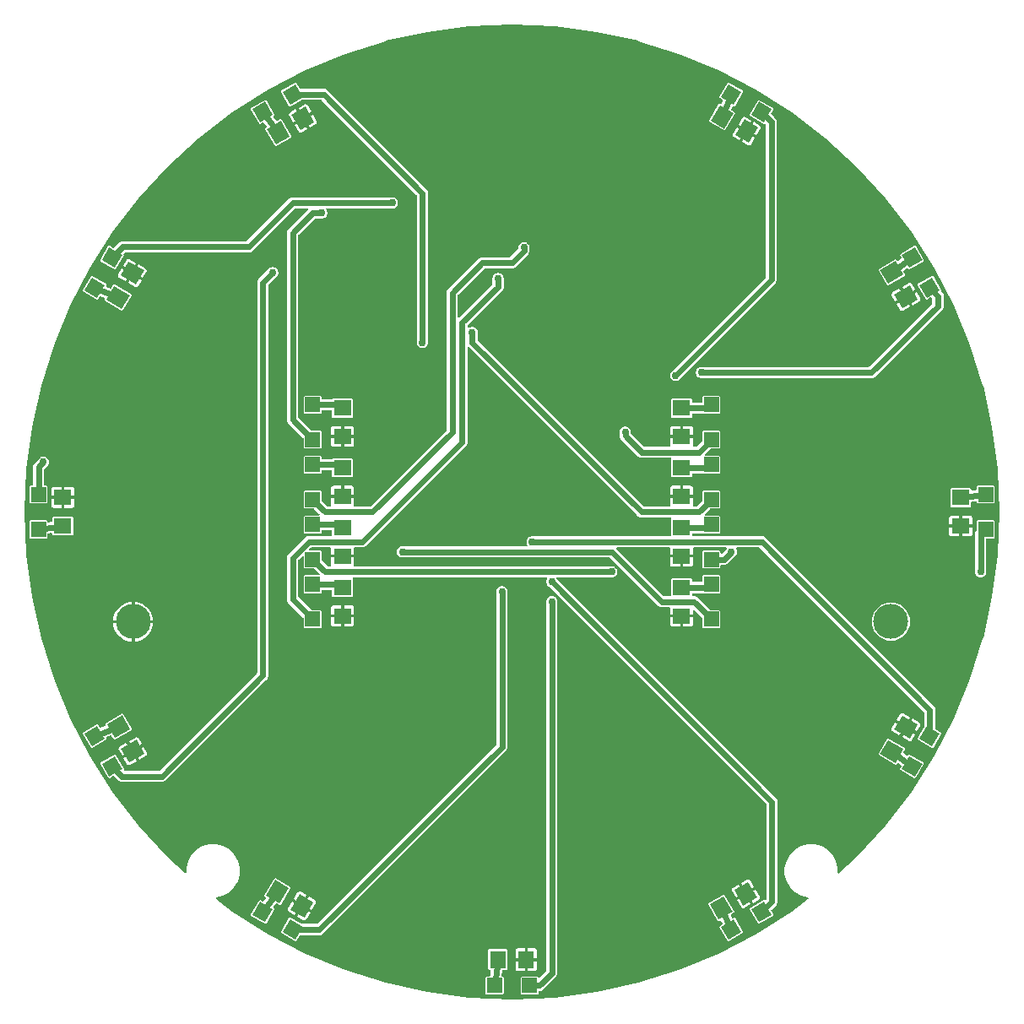
<source format=gtl>
G04 EAGLE Gerber RS-274X export*
G75*
%MOMM*%
%FSLAX34Y34*%
%LPD*%
%INTop Copper*%
%IPPOS*%
%AMOC8*
5,1,8,0,0,1.08239X$1,22.5*%
G01*
%ADD10R,1.500000X1.500000*%
%ADD11R,1.500000X1.500000*%
%ADD12R,1.803000X1.600000*%
%ADD13R,1.600000X1.803000*%
%ADD14C,3.500000*%
%ADD15C,0.756400*%
%ADD16C,0.609600*%

G36*
X542593Y12782D02*
X542593Y12782D01*
X542616Y12787D01*
X542659Y12787D01*
X584895Y18348D01*
X584918Y18355D01*
X584960Y18359D01*
X626550Y27580D01*
X626573Y27589D01*
X626614Y27597D01*
X667243Y40407D01*
X667264Y40418D01*
X667305Y40430D01*
X706663Y56732D01*
X706683Y56745D01*
X706723Y56760D01*
X744510Y76431D01*
X744529Y76445D01*
X744567Y76464D01*
X780496Y99353D01*
X780514Y99369D01*
X780526Y99377D01*
X780537Y99383D01*
X780539Y99384D01*
X780550Y99391D01*
X796949Y111974D01*
X797032Y112063D01*
X797115Y112150D01*
X797116Y112152D01*
X797117Y112153D01*
X797168Y112264D01*
X797218Y112373D01*
X797219Y112375D01*
X797219Y112377D01*
X797232Y112497D01*
X797245Y112617D01*
X797245Y112620D01*
X797245Y112622D01*
X797219Y112740D01*
X797193Y112858D01*
X797192Y112860D01*
X797192Y112862D01*
X797129Y112965D01*
X797067Y113069D01*
X797065Y113070D01*
X797064Y113072D01*
X796974Y113149D01*
X796880Y113229D01*
X796878Y113230D01*
X796876Y113231D01*
X796767Y113274D01*
X796652Y113321D01*
X796649Y113321D01*
X796648Y113322D01*
X796640Y113322D01*
X796494Y113338D01*
X789709Y115156D01*
X783630Y118666D01*
X778666Y123630D01*
X775156Y129709D01*
X773339Y136490D01*
X773339Y143510D01*
X775156Y150291D01*
X778666Y156370D01*
X783630Y161334D01*
X789709Y164844D01*
X796490Y166661D01*
X803510Y166661D01*
X810291Y164844D01*
X816370Y161334D01*
X821334Y156370D01*
X824844Y150291D01*
X826661Y143510D01*
X826661Y138334D01*
X826670Y138280D01*
X826669Y138224D01*
X826689Y138159D01*
X826700Y138091D01*
X826726Y138043D01*
X826743Y137990D01*
X826784Y137934D01*
X826816Y137874D01*
X826856Y137836D01*
X826888Y137791D01*
X826944Y137752D01*
X826994Y137704D01*
X827044Y137681D01*
X827089Y137649D01*
X827155Y137630D01*
X827217Y137601D01*
X827272Y137595D01*
X827325Y137579D01*
X827393Y137581D01*
X827461Y137574D01*
X827515Y137585D01*
X827571Y137587D01*
X827635Y137611D01*
X827702Y137626D01*
X827749Y137654D01*
X827801Y137674D01*
X827887Y137737D01*
X827913Y137752D01*
X827921Y137761D01*
X827936Y137773D01*
X845806Y154147D01*
X845821Y154166D01*
X845853Y154194D01*
X874633Y185602D01*
X874646Y185622D01*
X874676Y185653D01*
X900609Y219450D01*
X900620Y219471D01*
X900647Y219504D01*
X923536Y255433D01*
X923546Y255455D01*
X923569Y255490D01*
X943240Y293277D01*
X943247Y293300D01*
X943268Y293337D01*
X959570Y332695D01*
X959576Y332718D01*
X959593Y332757D01*
X972403Y373386D01*
X972407Y373409D01*
X972420Y373450D01*
X981641Y415040D01*
X981642Y415064D01*
X981652Y415105D01*
X987213Y457341D01*
X987212Y457365D01*
X987218Y457407D01*
X989077Y499967D01*
X989074Y499991D01*
X989077Y500033D01*
X987218Y542593D01*
X987213Y542616D01*
X987213Y542659D01*
X981652Y584895D01*
X981645Y584918D01*
X981641Y584960D01*
X972420Y626550D01*
X972411Y626573D01*
X972403Y626614D01*
X959593Y667243D01*
X959582Y667264D01*
X959570Y667305D01*
X943268Y706663D01*
X943255Y706683D01*
X943240Y706723D01*
X923569Y744509D01*
X923555Y744529D01*
X923536Y744567D01*
X900647Y780496D01*
X900631Y780514D01*
X900609Y780550D01*
X874676Y814347D01*
X874658Y814363D01*
X874633Y814398D01*
X845853Y845806D01*
X845834Y845821D01*
X845806Y845853D01*
X814398Y874633D01*
X814378Y874646D01*
X814347Y874676D01*
X780550Y900609D01*
X780529Y900620D01*
X780496Y900647D01*
X744567Y923536D01*
X744550Y923543D01*
X744541Y923551D01*
X744530Y923555D01*
X744510Y923569D01*
X706723Y943240D01*
X706700Y943247D01*
X706663Y943268D01*
X667305Y959570D01*
X667282Y959576D01*
X667243Y959593D01*
X626614Y972403D01*
X626591Y972407D01*
X626550Y972420D01*
X584960Y981641D01*
X584936Y981642D01*
X584895Y981652D01*
X542659Y987213D01*
X542635Y987212D01*
X542593Y987218D01*
X500033Y989077D01*
X500009Y989074D01*
X499967Y989077D01*
X457407Y987218D01*
X457384Y987213D01*
X457341Y987213D01*
X415105Y981652D01*
X415082Y981645D01*
X415040Y981641D01*
X373450Y972420D01*
X373427Y972411D01*
X373386Y972403D01*
X332757Y959593D01*
X332736Y959582D01*
X332695Y959570D01*
X293337Y943268D01*
X293317Y943255D01*
X293277Y943240D01*
X255490Y923569D01*
X255471Y923555D01*
X255433Y923536D01*
X219504Y900647D01*
X219486Y900631D01*
X219450Y900609D01*
X185653Y874676D01*
X185637Y874658D01*
X185602Y874633D01*
X154194Y845853D01*
X154179Y845834D01*
X154147Y845806D01*
X125367Y814398D01*
X125354Y814378D01*
X125324Y814347D01*
X99391Y780550D01*
X99380Y780529D01*
X99353Y780496D01*
X76464Y744567D01*
X76454Y744545D01*
X76431Y744510D01*
X56760Y706723D01*
X56753Y706700D01*
X56732Y706663D01*
X40430Y667305D01*
X40424Y667282D01*
X40407Y667243D01*
X27597Y626614D01*
X27593Y626591D01*
X27580Y626550D01*
X18359Y584960D01*
X18358Y584936D01*
X18348Y584895D01*
X12787Y542659D01*
X12788Y542635D01*
X12782Y542593D01*
X10923Y500033D01*
X10926Y500009D01*
X10923Y499967D01*
X12782Y457407D01*
X12787Y457384D01*
X12787Y457341D01*
X18348Y415105D01*
X18355Y415082D01*
X18359Y415040D01*
X27580Y373450D01*
X27589Y373427D01*
X27597Y373386D01*
X40407Y332757D01*
X40418Y332736D01*
X40430Y332695D01*
X56732Y293337D01*
X56745Y293317D01*
X56760Y293277D01*
X76431Y255491D01*
X76445Y255471D01*
X76464Y255433D01*
X99353Y219504D01*
X99369Y219486D01*
X99391Y219450D01*
X125324Y185653D01*
X125342Y185637D01*
X125367Y185602D01*
X154147Y154194D01*
X154166Y154179D01*
X154194Y154147D01*
X172064Y137773D01*
X172110Y137743D01*
X172150Y137704D01*
X172212Y137676D01*
X172270Y137638D01*
X172323Y137624D01*
X172373Y137601D01*
X172441Y137593D01*
X172508Y137576D01*
X172563Y137580D01*
X172617Y137574D01*
X172685Y137588D01*
X172753Y137593D01*
X172804Y137614D01*
X172858Y137626D01*
X172917Y137661D01*
X172980Y137688D01*
X173022Y137724D01*
X173069Y137752D01*
X173114Y137804D01*
X173165Y137849D01*
X173193Y137897D01*
X173229Y137939D01*
X173255Y138003D01*
X173289Y138062D01*
X173300Y138116D01*
X173321Y138167D01*
X173333Y138273D01*
X173339Y138303D01*
X173337Y138315D01*
X173339Y138334D01*
X173339Y143510D01*
X175156Y150291D01*
X178666Y156370D01*
X183630Y161334D01*
X189709Y164844D01*
X196490Y166661D01*
X203510Y166661D01*
X210291Y164844D01*
X216370Y161334D01*
X221334Y156370D01*
X224844Y150291D01*
X226661Y143510D01*
X226661Y136490D01*
X224844Y129709D01*
X221334Y123630D01*
X216370Y118666D01*
X210291Y115156D01*
X203502Y113337D01*
X203397Y113320D01*
X203276Y113301D01*
X203274Y113300D01*
X203272Y113300D01*
X203166Y113244D01*
X203058Y113187D01*
X203056Y113185D01*
X203055Y113184D01*
X202973Y113099D01*
X202888Y113010D01*
X202887Y113008D01*
X202885Y113006D01*
X202835Y112897D01*
X202783Y112787D01*
X202783Y112785D01*
X202782Y112783D01*
X202768Y112660D01*
X202754Y112543D01*
X202755Y112541D01*
X202755Y112539D01*
X202781Y112419D01*
X202805Y112302D01*
X202806Y112300D01*
X202807Y112298D01*
X202869Y112194D01*
X202930Y112090D01*
X202932Y112089D01*
X202933Y112087D01*
X202939Y112082D01*
X203051Y111974D01*
X219450Y99391D01*
X219471Y99380D01*
X219504Y99353D01*
X255433Y76464D01*
X255455Y76454D01*
X255490Y76431D01*
X293277Y56760D01*
X293300Y56753D01*
X293337Y56732D01*
X332695Y40430D01*
X332718Y40424D01*
X332757Y40407D01*
X373386Y27597D01*
X373409Y27593D01*
X373450Y27580D01*
X415040Y18359D01*
X415064Y18358D01*
X415105Y18348D01*
X457341Y12787D01*
X457365Y12788D01*
X457407Y12782D01*
X499967Y10923D01*
X499991Y10926D01*
X500033Y10923D01*
X542593Y12782D01*
G37*
%LPC*%
G36*
X746406Y87196D02*
X746406Y87196D01*
X738274Y101280D01*
X738601Y102500D01*
X752685Y110631D01*
X753403Y110439D01*
X753470Y110432D01*
X753535Y110416D01*
X753591Y110420D01*
X753647Y110415D01*
X753713Y110430D01*
X753781Y110435D01*
X753832Y110457D01*
X753887Y110470D01*
X753945Y110505D01*
X754007Y110531D01*
X754069Y110581D01*
X754097Y110598D01*
X754110Y110614D01*
X754138Y110636D01*
X754845Y111343D01*
X754899Y111418D01*
X754958Y111487D01*
X754970Y111517D01*
X754989Y111543D01*
X755016Y111630D01*
X755050Y111715D01*
X755054Y111756D01*
X755061Y111778D01*
X755060Y111810D01*
X755068Y111882D01*
X755068Y206713D01*
X755053Y206803D01*
X755046Y206894D01*
X755034Y206924D01*
X755028Y206956D01*
X754986Y207036D01*
X754950Y207120D01*
X754924Y207152D01*
X754913Y207173D01*
X754890Y207195D01*
X754845Y207251D01*
X535262Y426834D01*
X535038Y427375D01*
X535003Y427431D01*
X534978Y427491D01*
X534926Y427556D01*
X534908Y427584D01*
X534893Y427597D01*
X534873Y427622D01*
X534693Y427802D01*
X534693Y428056D01*
X534683Y428121D01*
X534682Y428186D01*
X534659Y428266D01*
X534654Y428299D01*
X534644Y428316D01*
X534635Y428347D01*
X534411Y428888D01*
X534411Y431112D01*
X534635Y431653D01*
X534643Y431686D01*
X534644Y431689D01*
X534645Y431694D01*
X534650Y431716D01*
X534675Y431777D01*
X534684Y431860D01*
X534691Y431892D01*
X534690Y431911D01*
X534693Y431944D01*
X534693Y432198D01*
X534873Y432378D01*
X534911Y432431D01*
X534957Y432478D01*
X534997Y432551D01*
X535017Y432578D01*
X535022Y432596D01*
X535038Y432625D01*
X535275Y433196D01*
X535299Y433222D01*
X535321Y433269D01*
X535352Y433311D01*
X535373Y433380D01*
X535403Y433445D01*
X535409Y433497D01*
X535424Y433546D01*
X535422Y433618D01*
X535430Y433689D01*
X535419Y433740D01*
X535418Y433792D01*
X535393Y433860D01*
X535378Y433930D01*
X535351Y433974D01*
X535333Y434023D01*
X535288Y434079D01*
X535252Y434141D01*
X535212Y434175D01*
X535180Y434215D01*
X535119Y434254D01*
X535065Y434301D01*
X535016Y434320D01*
X534973Y434348D01*
X534903Y434366D01*
X534837Y434393D01*
X534765Y434401D01*
X534734Y434409D01*
X534711Y434407D01*
X534670Y434411D01*
X340818Y434411D01*
X340747Y434400D01*
X340675Y434398D01*
X340626Y434380D01*
X340575Y434372D01*
X340512Y434338D01*
X340444Y434313D01*
X340404Y434281D01*
X340358Y434256D01*
X340308Y434204D01*
X340252Y434160D01*
X340224Y434116D01*
X340188Y434078D01*
X340158Y434013D01*
X340119Y433953D01*
X340107Y433902D01*
X340085Y433855D01*
X340077Y433784D01*
X340059Y433714D01*
X340063Y433662D01*
X340058Y433611D01*
X340073Y433540D01*
X340078Y433469D01*
X340099Y433421D01*
X340110Y433370D01*
X340147Y433309D01*
X340175Y433243D01*
X340220Y433187D01*
X340236Y433159D01*
X340254Y433144D01*
X340280Y433112D01*
X340540Y432852D01*
X340540Y415588D01*
X339647Y414695D01*
X320353Y414695D01*
X319460Y415588D01*
X319460Y421150D01*
X319457Y421170D01*
X319459Y421189D01*
X319437Y421291D01*
X319421Y421393D01*
X319411Y421410D01*
X319407Y421430D01*
X319354Y421519D01*
X319305Y421610D01*
X319291Y421624D01*
X319281Y421641D01*
X319202Y421708D01*
X319127Y421780D01*
X319109Y421788D01*
X319094Y421801D01*
X318998Y421840D01*
X318904Y421883D01*
X318884Y421885D01*
X318866Y421893D01*
X318699Y421911D01*
X309786Y421911D01*
X309766Y421908D01*
X309747Y421910D01*
X309645Y421888D01*
X309543Y421872D01*
X309526Y421862D01*
X309506Y421858D01*
X309417Y421805D01*
X309326Y421756D01*
X309312Y421742D01*
X309295Y421732D01*
X309228Y421653D01*
X309156Y421578D01*
X309148Y421560D01*
X309135Y421545D01*
X309096Y421449D01*
X309053Y421355D01*
X309051Y421335D01*
X309043Y421317D01*
X309025Y421150D01*
X309025Y419368D01*
X308132Y418475D01*
X291868Y418475D01*
X290975Y419368D01*
X290975Y435632D01*
X291868Y436525D01*
X306234Y436525D01*
X306305Y436536D01*
X306376Y436538D01*
X306425Y436556D01*
X306477Y436564D01*
X306540Y436598D01*
X306607Y436623D01*
X306648Y436655D01*
X306694Y436680D01*
X306743Y436732D01*
X306799Y436776D01*
X306827Y436820D01*
X306863Y436858D01*
X306893Y436923D01*
X306932Y436983D01*
X306945Y437034D01*
X306967Y437081D01*
X306975Y437152D01*
X306992Y437222D01*
X306988Y437274D01*
X306994Y437325D01*
X306979Y437396D01*
X306973Y437467D01*
X306953Y437515D01*
X306942Y437566D01*
X306905Y437627D01*
X306877Y437693D01*
X306832Y437749D01*
X306816Y437777D01*
X306798Y437792D01*
X306772Y437824D01*
X301344Y443252D01*
X301270Y443305D01*
X301201Y443365D01*
X301170Y443377D01*
X301144Y443396D01*
X301057Y443423D01*
X300972Y443457D01*
X300932Y443461D01*
X300909Y443468D01*
X300877Y443467D01*
X300806Y443475D01*
X291868Y443475D01*
X290975Y444368D01*
X290975Y455200D01*
X290964Y455270D01*
X290962Y455342D01*
X290944Y455391D01*
X290936Y455442D01*
X290902Y455506D01*
X290877Y455573D01*
X290845Y455614D01*
X290820Y455660D01*
X290768Y455709D01*
X290724Y455765D01*
X290680Y455793D01*
X290642Y455829D01*
X290577Y455859D01*
X290517Y455898D01*
X290466Y455911D01*
X290419Y455933D01*
X290348Y455941D01*
X290278Y455958D01*
X290226Y455954D01*
X290175Y455960D01*
X290104Y455945D01*
X290033Y455939D01*
X289985Y455919D01*
X289934Y455908D01*
X289873Y455871D01*
X289807Y455843D01*
X289751Y455798D01*
X289723Y455781D01*
X289708Y455764D01*
X289676Y455738D01*
X285812Y451874D01*
X285759Y451800D01*
X285699Y451730D01*
X285687Y451700D01*
X285668Y451674D01*
X285641Y451587D01*
X285607Y451502D01*
X285603Y451461D01*
X285596Y451439D01*
X285597Y451407D01*
X285589Y451336D01*
X285589Y415130D01*
X285591Y415117D01*
X285590Y415107D01*
X285601Y415055D01*
X285603Y415040D01*
X285611Y414949D01*
X285623Y414919D01*
X285628Y414887D01*
X285671Y414807D01*
X285707Y414723D01*
X285733Y414691D01*
X285744Y414670D01*
X285767Y414648D01*
X285812Y414592D01*
X298656Y401748D01*
X298730Y401695D01*
X298799Y401635D01*
X298830Y401623D01*
X298856Y401604D01*
X298943Y401577D01*
X299028Y401543D01*
X299068Y401539D01*
X299091Y401532D01*
X299123Y401533D01*
X299194Y401525D01*
X308132Y401525D01*
X309025Y400632D01*
X309025Y384368D01*
X308132Y383475D01*
X291868Y383475D01*
X290975Y384368D01*
X290975Y393306D01*
X290961Y393396D01*
X290953Y393487D01*
X290941Y393517D01*
X290936Y393549D01*
X290893Y393629D01*
X290857Y393713D01*
X290831Y393745D01*
X290820Y393766D01*
X290797Y393788D01*
X290752Y393844D01*
X276941Y407655D01*
X275262Y409334D01*
X274411Y411388D01*
X274411Y455077D01*
X275262Y457132D01*
X276941Y458811D01*
X291189Y473059D01*
X292868Y474738D01*
X294923Y475589D01*
X318699Y475589D01*
X318719Y475592D01*
X318738Y475590D01*
X318840Y475612D01*
X318942Y475628D01*
X318959Y475638D01*
X318979Y475642D01*
X319068Y475695D01*
X319159Y475744D01*
X319173Y475758D01*
X319190Y475768D01*
X319257Y475847D01*
X319329Y475922D01*
X319337Y475940D01*
X319350Y475955D01*
X319389Y476051D01*
X319432Y476145D01*
X319434Y476165D01*
X319442Y476183D01*
X319460Y476350D01*
X319460Y481150D01*
X319457Y481170D01*
X319459Y481189D01*
X319437Y481291D01*
X319421Y481393D01*
X319411Y481410D01*
X319407Y481430D01*
X319354Y481519D01*
X319305Y481610D01*
X319291Y481624D01*
X319281Y481641D01*
X319202Y481708D01*
X319127Y481780D01*
X319109Y481788D01*
X319094Y481801D01*
X318998Y481840D01*
X318904Y481883D01*
X318884Y481885D01*
X318866Y481893D01*
X318699Y481911D01*
X309786Y481911D01*
X309766Y481908D01*
X309747Y481910D01*
X309645Y481888D01*
X309543Y481872D01*
X309526Y481862D01*
X309506Y481858D01*
X309417Y481805D01*
X309326Y481756D01*
X309312Y481742D01*
X309295Y481732D01*
X309228Y481653D01*
X309156Y481578D01*
X309148Y481560D01*
X309135Y481545D01*
X309096Y481449D01*
X309053Y481355D01*
X309051Y481335D01*
X309043Y481317D01*
X309025Y481150D01*
X309025Y479368D01*
X308132Y478475D01*
X291868Y478475D01*
X290975Y479368D01*
X290975Y495632D01*
X291868Y496525D01*
X306234Y496525D01*
X306305Y496536D01*
X306376Y496538D01*
X306425Y496556D01*
X306477Y496564D01*
X306540Y496598D01*
X306607Y496623D01*
X306648Y496655D01*
X306694Y496680D01*
X306743Y496732D01*
X306799Y496776D01*
X306827Y496820D01*
X306863Y496858D01*
X306893Y496923D01*
X306932Y496983D01*
X306945Y497034D01*
X306967Y497081D01*
X306975Y497152D01*
X306992Y497222D01*
X306988Y497274D01*
X306994Y497325D01*
X306979Y497396D01*
X306973Y497467D01*
X306953Y497515D01*
X306942Y497566D01*
X306905Y497627D01*
X306877Y497693D01*
X306832Y497749D01*
X306816Y497777D01*
X306798Y497792D01*
X306772Y497824D01*
X301344Y503252D01*
X301270Y503305D01*
X301201Y503365D01*
X301170Y503377D01*
X301144Y503396D01*
X301057Y503423D01*
X300972Y503457D01*
X300932Y503461D01*
X300909Y503468D01*
X300877Y503467D01*
X300806Y503475D01*
X291868Y503475D01*
X290975Y504368D01*
X290975Y520632D01*
X291868Y521525D01*
X308132Y521525D01*
X309025Y520632D01*
X309025Y511694D01*
X309039Y511604D01*
X309047Y511513D01*
X309059Y511483D01*
X309064Y511452D01*
X309107Y511371D01*
X309143Y511287D01*
X309169Y511255D01*
X309180Y511234D01*
X309203Y511212D01*
X309248Y511156D01*
X314592Y505812D01*
X314666Y505759D01*
X314735Y505699D01*
X314766Y505687D01*
X314792Y505668D01*
X314879Y505641D01*
X314964Y505607D01*
X315004Y505603D01*
X315027Y505596D01*
X315059Y505597D01*
X315130Y505589D01*
X317998Y505589D01*
X318092Y505604D01*
X318187Y505613D01*
X318213Y505624D01*
X318241Y505628D01*
X318325Y505673D01*
X318412Y505711D01*
X318433Y505730D01*
X318458Y505744D01*
X318524Y505813D01*
X318594Y505877D01*
X318608Y505901D01*
X318627Y505922D01*
X318668Y506008D01*
X318714Y506092D01*
X318719Y506119D01*
X318731Y506145D01*
X318741Y506240D01*
X318759Y506333D01*
X318755Y506361D01*
X318758Y506389D01*
X318738Y506483D01*
X318724Y506577D01*
X318710Y506609D01*
X318706Y506630D01*
X318689Y506658D01*
X318657Y506731D01*
X318617Y506799D01*
X318444Y507446D01*
X318444Y514257D01*
X329238Y514257D01*
X329258Y514260D01*
X329277Y514258D01*
X329379Y514280D01*
X329481Y514297D01*
X329498Y514306D01*
X329518Y514310D01*
X329607Y514363D01*
X329698Y514412D01*
X329712Y514426D01*
X329729Y514436D01*
X329796Y514515D01*
X329867Y514590D01*
X329876Y514608D01*
X329889Y514623D01*
X329928Y514719D01*
X329971Y514813D01*
X329973Y514833D01*
X329981Y514851D01*
X329999Y515018D01*
X329999Y515781D01*
X330001Y515781D01*
X330001Y515018D01*
X330004Y514998D01*
X330002Y514979D01*
X330024Y514877D01*
X330041Y514775D01*
X330050Y514758D01*
X330054Y514738D01*
X330107Y514649D01*
X330156Y514558D01*
X330170Y514544D01*
X330180Y514527D01*
X330259Y514460D01*
X330334Y514389D01*
X330352Y514380D01*
X330367Y514367D01*
X330463Y514328D01*
X330557Y514285D01*
X330577Y514283D01*
X330595Y514275D01*
X330762Y514257D01*
X341556Y514257D01*
X341556Y507446D01*
X341383Y506799D01*
X341343Y506731D01*
X341309Y506641D01*
X341269Y506555D01*
X341266Y506527D01*
X341256Y506501D01*
X341252Y506405D01*
X341242Y506311D01*
X341248Y506283D01*
X341247Y506255D01*
X341274Y506163D01*
X341294Y506070D01*
X341309Y506046D01*
X341317Y506019D01*
X341372Y505941D01*
X341420Y505859D01*
X341442Y505841D01*
X341458Y505818D01*
X341535Y505761D01*
X341607Y505699D01*
X341634Y505689D01*
X341656Y505672D01*
X341747Y505643D01*
X341835Y505607D01*
X341871Y505603D01*
X341891Y505597D01*
X341923Y505597D01*
X342002Y505589D01*
X357370Y505589D01*
X357460Y505603D01*
X357551Y505611D01*
X357581Y505623D01*
X357612Y505628D01*
X357693Y505671D01*
X357777Y505707D01*
X357809Y505733D01*
X357830Y505744D01*
X357852Y505767D01*
X357908Y505812D01*
X434188Y582092D01*
X434231Y582152D01*
X434271Y582193D01*
X434278Y582208D01*
X434301Y582235D01*
X434313Y582266D01*
X434332Y582292D01*
X434359Y582379D01*
X434370Y582408D01*
X434374Y582416D01*
X434375Y582418D01*
X434393Y582464D01*
X434397Y582504D01*
X434404Y582527D01*
X434403Y582559D01*
X434411Y582630D01*
X434411Y721112D01*
X435262Y723166D01*
X466834Y754738D01*
X468888Y755589D01*
X497370Y755589D01*
X497460Y755603D01*
X497551Y755611D01*
X497581Y755623D01*
X497612Y755628D01*
X497693Y755671D01*
X497777Y755707D01*
X497809Y755733D01*
X497830Y755744D01*
X497852Y755767D01*
X497908Y755812D01*
X506188Y764092D01*
X506241Y764166D01*
X506301Y764235D01*
X506313Y764266D01*
X506332Y764292D01*
X506359Y764379D01*
X506393Y764464D01*
X506397Y764504D01*
X506404Y764527D01*
X506403Y764559D01*
X506411Y764630D01*
X506411Y766112D01*
X506635Y766653D01*
X506650Y766716D01*
X506675Y766777D01*
X506684Y766860D01*
X506691Y766892D01*
X506690Y766911D01*
X506693Y766944D01*
X506693Y767198D01*
X506873Y767378D01*
X506911Y767431D01*
X506957Y767478D01*
X506997Y767551D01*
X507017Y767578D01*
X507022Y767596D01*
X507038Y767625D01*
X507262Y768166D01*
X508834Y769738D01*
X509375Y769962D01*
X509431Y769997D01*
X509491Y770022D01*
X509556Y770074D01*
X509584Y770092D01*
X509597Y770107D01*
X509622Y770127D01*
X509802Y770307D01*
X510056Y770307D01*
X510121Y770317D01*
X510186Y770318D01*
X510266Y770341D01*
X510299Y770346D01*
X510316Y770356D01*
X510347Y770365D01*
X510888Y770589D01*
X513112Y770589D01*
X513653Y770365D01*
X513716Y770350D01*
X513777Y770325D01*
X513860Y770316D01*
X513892Y770309D01*
X513911Y770310D01*
X513944Y770307D01*
X514198Y770307D01*
X514378Y770127D01*
X514431Y770089D01*
X514478Y770043D01*
X514551Y770003D01*
X514578Y769983D01*
X514596Y769978D01*
X514625Y769962D01*
X515166Y769738D01*
X516738Y768166D01*
X516962Y767625D01*
X516997Y767569D01*
X517022Y767509D01*
X517074Y767444D01*
X517092Y767416D01*
X517107Y767403D01*
X517127Y767378D01*
X517307Y767198D01*
X517307Y766944D01*
X517317Y766879D01*
X517318Y766814D01*
X517341Y766734D01*
X517346Y766701D01*
X517356Y766684D01*
X517365Y766653D01*
X517589Y766112D01*
X517589Y760888D01*
X516738Y758834D01*
X503166Y745262D01*
X501112Y744411D01*
X472630Y744411D01*
X472540Y744397D01*
X472449Y744389D01*
X472419Y744377D01*
X472388Y744372D01*
X472307Y744329D01*
X472223Y744293D01*
X472191Y744267D01*
X472170Y744256D01*
X472148Y744233D01*
X472092Y744188D01*
X445812Y717908D01*
X445759Y717834D01*
X445731Y717802D01*
X445720Y717791D01*
X445719Y717788D01*
X445699Y717765D01*
X445687Y717734D01*
X445668Y717708D01*
X445641Y717621D01*
X445639Y717616D01*
X445617Y717568D01*
X445616Y717558D01*
X445607Y717536D01*
X445603Y717496D01*
X445596Y717473D01*
X445597Y717441D01*
X445589Y717370D01*
X445589Y695330D01*
X445600Y695259D01*
X445602Y695188D01*
X445620Y695139D01*
X445628Y695087D01*
X445662Y695024D01*
X445687Y694957D01*
X445719Y694916D01*
X445744Y694870D01*
X445796Y694821D01*
X445840Y694765D01*
X445884Y694737D01*
X445922Y694701D01*
X445987Y694671D01*
X446047Y694632D01*
X446098Y694619D01*
X446145Y694597D01*
X446216Y694589D01*
X446286Y694572D01*
X446338Y694576D01*
X446389Y694570D01*
X446460Y694585D01*
X446531Y694591D01*
X446579Y694611D01*
X446630Y694622D01*
X446691Y694659D01*
X446757Y694687D01*
X446813Y694732D01*
X446841Y694748D01*
X446856Y694766D01*
X446888Y694792D01*
X480188Y728092D01*
X480241Y728166D01*
X480301Y728235D01*
X480313Y728266D01*
X480332Y728292D01*
X480359Y728379D01*
X480393Y728464D01*
X480397Y728504D01*
X480404Y728527D01*
X480403Y728559D01*
X480411Y728630D01*
X480411Y735112D01*
X480635Y735653D01*
X480650Y735716D01*
X480675Y735777D01*
X480684Y735860D01*
X480691Y735892D01*
X480690Y735911D01*
X480693Y735944D01*
X480693Y736198D01*
X480873Y736378D01*
X480911Y736431D01*
X480957Y736478D01*
X480997Y736551D01*
X481017Y736578D01*
X481022Y736596D01*
X481038Y736625D01*
X481262Y737166D01*
X482834Y738738D01*
X483375Y738962D01*
X483431Y738997D01*
X483491Y739022D01*
X483556Y739074D01*
X483584Y739092D01*
X483597Y739107D01*
X483622Y739127D01*
X483802Y739307D01*
X484056Y739307D01*
X484121Y739317D01*
X484186Y739318D01*
X484266Y739341D01*
X484299Y739346D01*
X484316Y739356D01*
X484347Y739365D01*
X484888Y739589D01*
X487112Y739589D01*
X487653Y739365D01*
X487716Y739350D01*
X487777Y739325D01*
X487860Y739316D01*
X487892Y739309D01*
X487911Y739310D01*
X487944Y739307D01*
X488198Y739307D01*
X488378Y739127D01*
X488431Y739089D01*
X488478Y739043D01*
X488551Y739003D01*
X488578Y738983D01*
X488596Y738978D01*
X488625Y738962D01*
X489166Y738738D01*
X490738Y737166D01*
X490962Y736625D01*
X490997Y736569D01*
X491022Y736509D01*
X491074Y736444D01*
X491092Y736416D01*
X491107Y736403D01*
X491127Y736378D01*
X491307Y736198D01*
X491307Y735944D01*
X491317Y735879D01*
X491318Y735814D01*
X491341Y735734D01*
X491346Y735701D01*
X491356Y735684D01*
X491365Y735653D01*
X491589Y735112D01*
X491589Y724888D01*
X490738Y722834D01*
X455812Y687908D01*
X455759Y687834D01*
X455699Y687765D01*
X455687Y687734D01*
X455668Y687708D01*
X455641Y687621D01*
X455607Y687536D01*
X455603Y687496D01*
X455596Y687473D01*
X455597Y687441D01*
X455589Y687370D01*
X455589Y685330D01*
X455600Y685259D01*
X455602Y685188D01*
X455620Y685139D01*
X455628Y685087D01*
X455662Y685024D01*
X455687Y684957D01*
X455719Y684916D01*
X455744Y684870D01*
X455796Y684821D01*
X455840Y684765D01*
X455884Y684736D01*
X455922Y684701D01*
X455987Y684670D01*
X456047Y684632D01*
X456098Y684619D01*
X456145Y684597D01*
X456216Y684589D01*
X456286Y684572D01*
X456338Y684576D01*
X456389Y684570D01*
X456460Y684585D01*
X456531Y684591D01*
X456579Y684611D01*
X456630Y684622D01*
X456691Y684659D01*
X456757Y684687D01*
X456806Y684726D01*
X457375Y684962D01*
X457431Y684997D01*
X457491Y685022D01*
X457556Y685074D01*
X457584Y685092D01*
X457597Y685107D01*
X457622Y685127D01*
X457802Y685307D01*
X458056Y685307D01*
X458121Y685317D01*
X458186Y685318D01*
X458266Y685341D01*
X458299Y685346D01*
X458316Y685356D01*
X458347Y685365D01*
X458888Y685589D01*
X461112Y685589D01*
X461653Y685365D01*
X461716Y685350D01*
X461777Y685325D01*
X461860Y685316D01*
X461892Y685309D01*
X461911Y685310D01*
X461944Y685307D01*
X462198Y685307D01*
X462378Y685127D01*
X462431Y685089D01*
X462478Y685043D01*
X462551Y685003D01*
X462578Y684983D01*
X462596Y684978D01*
X462625Y684962D01*
X463166Y684738D01*
X464738Y683166D01*
X464962Y682625D01*
X464997Y682569D01*
X465022Y682509D01*
X465074Y682444D01*
X465092Y682416D01*
X465107Y682403D01*
X465127Y682378D01*
X465307Y682198D01*
X465307Y681944D01*
X465317Y681879D01*
X465318Y681814D01*
X465341Y681734D01*
X465346Y681701D01*
X465356Y681684D01*
X465365Y681653D01*
X465589Y681112D01*
X465589Y672630D01*
X465603Y672540D01*
X465611Y672449D01*
X465623Y672419D01*
X465628Y672388D01*
X465671Y672307D01*
X465707Y672223D01*
X465733Y672191D01*
X465744Y672170D01*
X465767Y672148D01*
X465812Y672092D01*
X632092Y505812D01*
X632166Y505759D01*
X632235Y505699D01*
X632266Y505687D01*
X632292Y505668D01*
X632379Y505641D01*
X632464Y505607D01*
X632504Y505603D01*
X632527Y505596D01*
X632559Y505597D01*
X632630Y505589D01*
X657998Y505589D01*
X658092Y505604D01*
X658187Y505613D01*
X658213Y505624D01*
X658241Y505628D01*
X658325Y505673D01*
X658412Y505711D01*
X658433Y505730D01*
X658458Y505744D01*
X658524Y505813D01*
X658594Y505877D01*
X658608Y505901D01*
X658627Y505922D01*
X658667Y506008D01*
X658714Y506092D01*
X658719Y506119D01*
X658731Y506145D01*
X658741Y506240D01*
X658759Y506334D01*
X658755Y506361D01*
X658758Y506389D01*
X658738Y506483D01*
X658724Y506577D01*
X658710Y506610D01*
X658706Y506630D01*
X658689Y506658D01*
X658657Y506731D01*
X658617Y506799D01*
X658444Y507446D01*
X658444Y514257D01*
X669238Y514257D01*
X669258Y514260D01*
X669277Y514258D01*
X669379Y514280D01*
X669481Y514297D01*
X669498Y514306D01*
X669518Y514310D01*
X669607Y514363D01*
X669698Y514412D01*
X669712Y514426D01*
X669729Y514436D01*
X669796Y514515D01*
X669867Y514590D01*
X669876Y514608D01*
X669889Y514623D01*
X669928Y514719D01*
X669971Y514813D01*
X669973Y514833D01*
X669981Y514851D01*
X669999Y515018D01*
X669999Y515781D01*
X670001Y515781D01*
X670001Y515018D01*
X670004Y514998D01*
X670002Y514979D01*
X670024Y514877D01*
X670041Y514775D01*
X670050Y514758D01*
X670054Y514738D01*
X670107Y514649D01*
X670156Y514558D01*
X670170Y514544D01*
X670180Y514527D01*
X670259Y514460D01*
X670334Y514389D01*
X670352Y514380D01*
X670367Y514367D01*
X670463Y514328D01*
X670557Y514285D01*
X670577Y514283D01*
X670595Y514275D01*
X670762Y514257D01*
X681556Y514257D01*
X681556Y507446D01*
X681383Y506799D01*
X681343Y506731D01*
X681309Y506642D01*
X681269Y506555D01*
X681266Y506527D01*
X681256Y506501D01*
X681252Y506405D01*
X681242Y506311D01*
X681248Y506283D01*
X681247Y506255D01*
X681274Y506163D01*
X681294Y506070D01*
X681309Y506046D01*
X681317Y506019D01*
X681371Y505941D01*
X681420Y505859D01*
X681442Y505841D01*
X681458Y505818D01*
X681535Y505761D01*
X681607Y505699D01*
X681633Y505689D01*
X681656Y505672D01*
X681747Y505643D01*
X681835Y505607D01*
X681871Y505603D01*
X681890Y505597D01*
X681923Y505597D01*
X682002Y505589D01*
X684870Y505589D01*
X684960Y505603D01*
X685051Y505611D01*
X685081Y505623D01*
X685112Y505628D01*
X685193Y505671D01*
X685277Y505707D01*
X685309Y505733D01*
X685330Y505744D01*
X685352Y505767D01*
X685408Y505812D01*
X690752Y511156D01*
X690805Y511230D01*
X690865Y511299D01*
X690877Y511329D01*
X690896Y511356D01*
X690923Y511443D01*
X690957Y511528D01*
X690961Y511568D01*
X690968Y511591D01*
X690967Y511623D01*
X690975Y511694D01*
X690975Y520632D01*
X691868Y521525D01*
X708132Y521525D01*
X709025Y520632D01*
X709025Y504368D01*
X708132Y503475D01*
X699194Y503475D01*
X699104Y503461D01*
X699013Y503453D01*
X698983Y503441D01*
X698951Y503436D01*
X698871Y503393D01*
X698787Y503357D01*
X698755Y503331D01*
X698734Y503320D01*
X698713Y503298D01*
X698710Y503297D01*
X698707Y503293D01*
X698656Y503252D01*
X693228Y497824D01*
X693186Y497766D01*
X693137Y497714D01*
X693115Y497667D01*
X693084Y497625D01*
X693063Y497556D01*
X693033Y497491D01*
X693027Y497439D01*
X693012Y497389D01*
X693014Y497318D01*
X693006Y497247D01*
X693017Y497196D01*
X693018Y497144D01*
X693043Y497076D01*
X693058Y497006D01*
X693085Y496962D01*
X693103Y496913D01*
X693148Y496857D01*
X693184Y496795D01*
X693224Y496761D01*
X693257Y496721D01*
X693317Y496682D01*
X693371Y496635D01*
X693420Y496616D01*
X693463Y496588D01*
X693533Y496570D01*
X693599Y496543D01*
X693671Y496535D01*
X693702Y496527D01*
X693725Y496529D01*
X693766Y496525D01*
X708132Y496525D01*
X709025Y495632D01*
X709025Y479368D01*
X708132Y478475D01*
X691845Y478475D01*
X691792Y478521D01*
X691762Y478533D01*
X691736Y478552D01*
X691649Y478579D01*
X691564Y478613D01*
X691523Y478617D01*
X691501Y478624D01*
X691468Y478623D01*
X691397Y478631D01*
X681301Y478631D01*
X681281Y478628D01*
X681262Y478630D01*
X681160Y478608D01*
X681058Y478592D01*
X681041Y478582D01*
X681021Y478578D01*
X680932Y478525D01*
X680841Y478476D01*
X680827Y478462D01*
X680810Y478452D01*
X680743Y478373D01*
X680671Y478298D01*
X680663Y478280D01*
X680650Y478265D01*
X680611Y478169D01*
X680568Y478075D01*
X680566Y478055D01*
X680558Y478037D01*
X680540Y477870D01*
X680540Y476350D01*
X680543Y476330D01*
X680541Y476311D01*
X680563Y476209D01*
X680579Y476107D01*
X680589Y476090D01*
X680593Y476070D01*
X680646Y475981D01*
X680695Y475890D01*
X680709Y475876D01*
X680719Y475859D01*
X680798Y475792D01*
X680873Y475720D01*
X680891Y475712D01*
X680906Y475699D01*
X681002Y475660D01*
X681096Y475617D01*
X681116Y475615D01*
X681134Y475607D01*
X681301Y475589D01*
X751703Y475589D01*
X753757Y474738D01*
X923488Y305007D01*
X924339Y302953D01*
X924339Y282789D01*
X924350Y282723D01*
X924351Y282655D01*
X924369Y282602D01*
X924378Y282546D01*
X924410Y282487D01*
X924433Y282423D01*
X924467Y282379D01*
X924494Y282329D01*
X924542Y282283D01*
X924584Y282229D01*
X924648Y282182D01*
X924672Y282160D01*
X924691Y282151D01*
X924719Y282130D01*
X930304Y278905D01*
X930631Y277685D01*
X922500Y263601D01*
X921280Y263274D01*
X907196Y271406D01*
X906869Y272626D01*
X913059Y283348D01*
X913100Y283455D01*
X913143Y283562D01*
X913144Y283572D01*
X913146Y283578D01*
X913147Y283601D01*
X913161Y283729D01*
X913161Y299211D01*
X913147Y299301D01*
X913139Y299392D01*
X913127Y299422D01*
X913122Y299454D01*
X913079Y299535D01*
X913043Y299618D01*
X913017Y299651D01*
X913006Y299671D01*
X912983Y299693D01*
X912938Y299749D01*
X748499Y464188D01*
X748426Y464241D01*
X748356Y464301D01*
X748326Y464313D01*
X748300Y464332D01*
X748213Y464359D01*
X748128Y464393D01*
X748087Y464397D01*
X748065Y464404D01*
X748032Y464403D01*
X747961Y464411D01*
X725330Y464411D01*
X725259Y464400D01*
X725188Y464398D01*
X725139Y464380D01*
X725087Y464372D01*
X725024Y464338D01*
X724957Y464313D01*
X724916Y464281D01*
X724870Y464256D01*
X724821Y464204D01*
X724765Y464160D01*
X724736Y464116D01*
X724701Y464078D01*
X724670Y464013D01*
X724632Y463953D01*
X724619Y463902D01*
X724597Y463855D01*
X724589Y463784D01*
X724572Y463714D01*
X724576Y463662D01*
X724570Y463611D01*
X724585Y463540D01*
X724591Y463469D01*
X724611Y463421D01*
X724622Y463370D01*
X724659Y463309D01*
X724687Y463243D01*
X724726Y463194D01*
X724962Y462625D01*
X724997Y462569D01*
X725022Y462509D01*
X725074Y462444D01*
X725092Y462416D01*
X725107Y462403D01*
X725127Y462378D01*
X725307Y462198D01*
X725307Y461944D01*
X725317Y461879D01*
X725318Y461814D01*
X725341Y461734D01*
X725346Y461701D01*
X725356Y461684D01*
X725365Y461653D01*
X725589Y461112D01*
X725589Y458888D01*
X725365Y458347D01*
X725350Y458284D01*
X725325Y458223D01*
X725316Y458140D01*
X725309Y458108D01*
X725310Y458089D01*
X725307Y458056D01*
X725307Y457802D01*
X725127Y457622D01*
X725089Y457569D01*
X725043Y457522D01*
X725003Y457449D01*
X724983Y457422D01*
X724978Y457404D01*
X724962Y457375D01*
X724738Y456834D01*
X715666Y447762D01*
X713612Y446911D01*
X709786Y446911D01*
X709766Y446908D01*
X709747Y446910D01*
X709645Y446888D01*
X709543Y446872D01*
X709526Y446862D01*
X709506Y446858D01*
X709417Y446805D01*
X709326Y446756D01*
X709312Y446742D01*
X709295Y446732D01*
X709228Y446653D01*
X709156Y446578D01*
X709148Y446560D01*
X709135Y446545D01*
X709096Y446449D01*
X709053Y446355D01*
X709051Y446335D01*
X709043Y446317D01*
X709025Y446150D01*
X709025Y444368D01*
X708132Y443475D01*
X691868Y443475D01*
X690975Y444368D01*
X690975Y460632D01*
X691868Y461525D01*
X708132Y461525D01*
X709025Y460632D01*
X709025Y458850D01*
X709028Y458830D01*
X709026Y458811D01*
X709048Y458709D01*
X709064Y458607D01*
X709074Y458590D01*
X709078Y458570D01*
X709131Y458481D01*
X709180Y458390D01*
X709194Y458376D01*
X709204Y458359D01*
X709283Y458292D01*
X709358Y458220D01*
X709376Y458212D01*
X709391Y458199D01*
X709487Y458160D01*
X709581Y458117D01*
X709601Y458115D01*
X709619Y458107D01*
X709786Y458089D01*
X709870Y458089D01*
X709960Y458103D01*
X710051Y458111D01*
X710081Y458123D01*
X710112Y458128D01*
X710193Y458171D01*
X710277Y458207D01*
X710309Y458233D01*
X710330Y458244D01*
X710352Y458267D01*
X710408Y458312D01*
X715208Y463112D01*
X715250Y463170D01*
X715299Y463222D01*
X715321Y463269D01*
X715352Y463311D01*
X715373Y463380D01*
X715403Y463445D01*
X715409Y463497D01*
X715424Y463547D01*
X715422Y463618D01*
X715430Y463689D01*
X715419Y463740D01*
X715418Y463792D01*
X715393Y463860D01*
X715378Y463930D01*
X715351Y463975D01*
X715333Y464023D01*
X715288Y464079D01*
X715252Y464141D01*
X715212Y464175D01*
X715179Y464215D01*
X715119Y464254D01*
X715065Y464301D01*
X715016Y464320D01*
X714973Y464348D01*
X714903Y464366D01*
X714837Y464393D01*
X714765Y464401D01*
X714734Y464409D01*
X714711Y464407D01*
X714670Y464411D01*
X682317Y464411D01*
X682297Y464408D01*
X682278Y464410D01*
X682176Y464388D01*
X682074Y464372D01*
X682057Y464362D01*
X682037Y464358D01*
X681948Y464305D01*
X681857Y464256D01*
X681843Y464242D01*
X681826Y464232D01*
X681759Y464153D01*
X681687Y464078D01*
X681679Y464060D01*
X681666Y464045D01*
X681627Y463949D01*
X681584Y463855D01*
X681582Y463835D01*
X681574Y463817D01*
X681556Y463650D01*
X681556Y457303D01*
X670762Y457303D01*
X670742Y457300D01*
X670723Y457302D01*
X670621Y457280D01*
X670519Y457263D01*
X670502Y457254D01*
X670482Y457250D01*
X670393Y457197D01*
X670302Y457148D01*
X670288Y457134D01*
X670271Y457124D01*
X670204Y457045D01*
X670133Y456970D01*
X670124Y456952D01*
X670111Y456937D01*
X670072Y456841D01*
X670029Y456747D01*
X670027Y456727D01*
X670019Y456709D01*
X670001Y456542D01*
X670001Y455779D01*
X669999Y455779D01*
X669999Y456542D01*
X669996Y456562D01*
X669998Y456581D01*
X669976Y456683D01*
X669959Y456785D01*
X669950Y456802D01*
X669946Y456822D01*
X669893Y456911D01*
X669844Y457002D01*
X669830Y457016D01*
X669820Y457033D01*
X669741Y457100D01*
X669666Y457171D01*
X669648Y457180D01*
X669633Y457193D01*
X669537Y457232D01*
X669443Y457275D01*
X669423Y457277D01*
X669405Y457285D01*
X669238Y457303D01*
X658444Y457303D01*
X658444Y463650D01*
X658441Y463670D01*
X658443Y463689D01*
X658421Y463791D01*
X658405Y463893D01*
X658395Y463910D01*
X658391Y463930D01*
X658338Y464019D01*
X658289Y464110D01*
X658275Y464124D01*
X658265Y464141D01*
X658186Y464208D01*
X658111Y464280D01*
X658093Y464288D01*
X658078Y464301D01*
X657982Y464340D01*
X657888Y464383D01*
X657868Y464385D01*
X657850Y464393D01*
X657683Y464411D01*
X605330Y464411D01*
X605259Y464400D01*
X605188Y464398D01*
X605139Y464380D01*
X605087Y464372D01*
X605024Y464338D01*
X604957Y464313D01*
X604916Y464281D01*
X604870Y464256D01*
X604821Y464204D01*
X604765Y464160D01*
X604737Y464116D01*
X604701Y464078D01*
X604671Y464013D01*
X604632Y463953D01*
X604619Y463902D01*
X604597Y463855D01*
X604589Y463784D01*
X604572Y463714D01*
X604576Y463662D01*
X604570Y463611D01*
X604585Y463540D01*
X604591Y463469D01*
X604611Y463421D01*
X604622Y463370D01*
X604659Y463309D01*
X604687Y463243D01*
X604732Y463187D01*
X604748Y463159D01*
X604766Y463144D01*
X604792Y463112D01*
X652092Y415812D01*
X652166Y415759D01*
X652235Y415699D01*
X652266Y415687D01*
X652292Y415668D01*
X652379Y415641D01*
X652464Y415607D01*
X652504Y415603D01*
X652527Y415596D01*
X652559Y415597D01*
X652630Y415589D01*
X658699Y415589D01*
X658719Y415592D01*
X658738Y415590D01*
X658840Y415612D01*
X658942Y415628D01*
X658959Y415638D01*
X658979Y415642D01*
X659068Y415695D01*
X659159Y415744D01*
X659173Y415758D01*
X659190Y415768D01*
X659257Y415847D01*
X659329Y415922D01*
X659337Y415940D01*
X659350Y415955D01*
X659389Y416051D01*
X659432Y416145D01*
X659434Y416165D01*
X659442Y416183D01*
X659460Y416350D01*
X659460Y432852D01*
X660353Y433745D01*
X679647Y433745D01*
X680540Y432852D01*
X680540Y430570D01*
X680543Y430550D01*
X680541Y430531D01*
X680563Y430429D01*
X680579Y430327D01*
X680589Y430310D01*
X680593Y430290D01*
X680646Y430201D01*
X680695Y430110D01*
X680709Y430096D01*
X680719Y430079D01*
X680798Y430012D01*
X680873Y429940D01*
X680891Y429932D01*
X680906Y429919D01*
X681002Y429880D01*
X681096Y429837D01*
X681116Y429835D01*
X681134Y429827D01*
X681301Y429809D01*
X690214Y429809D01*
X690234Y429812D01*
X690253Y429810D01*
X690355Y429832D01*
X690457Y429848D01*
X690474Y429858D01*
X690494Y429862D01*
X690583Y429915D01*
X690674Y429964D01*
X690688Y429978D01*
X690705Y429988D01*
X690772Y430067D01*
X690844Y430142D01*
X690852Y430160D01*
X690865Y430175D01*
X690904Y430271D01*
X690947Y430365D01*
X690949Y430385D01*
X690957Y430403D01*
X690975Y430570D01*
X690975Y435632D01*
X691868Y436525D01*
X708132Y436525D01*
X709025Y435632D01*
X709025Y419368D01*
X708132Y418475D01*
X691845Y418475D01*
X691792Y418521D01*
X691762Y418533D01*
X691736Y418552D01*
X691649Y418579D01*
X691564Y418613D01*
X691523Y418617D01*
X691501Y418624D01*
X691468Y418623D01*
X691397Y418631D01*
X681301Y418631D01*
X681281Y418628D01*
X681262Y418630D01*
X681160Y418608D01*
X681058Y418592D01*
X681041Y418582D01*
X681021Y418578D01*
X680932Y418525D01*
X680841Y418476D01*
X680827Y418462D01*
X680810Y418452D01*
X680743Y418373D01*
X680671Y418298D01*
X680663Y418280D01*
X680650Y418265D01*
X680611Y418169D01*
X680568Y418075D01*
X680566Y418055D01*
X680558Y418037D01*
X680540Y417870D01*
X680540Y416350D01*
X680543Y416330D01*
X680541Y416311D01*
X680563Y416209D01*
X680579Y416107D01*
X680589Y416090D01*
X680593Y416070D01*
X680646Y415981D01*
X680695Y415890D01*
X680709Y415876D01*
X680719Y415859D01*
X680798Y415792D01*
X680873Y415720D01*
X680891Y415712D01*
X680906Y415699D01*
X681002Y415660D01*
X681096Y415617D01*
X681116Y415615D01*
X681134Y415607D01*
X681301Y415589D01*
X683612Y415589D01*
X685666Y414738D01*
X698656Y401748D01*
X698730Y401695D01*
X698799Y401635D01*
X698830Y401623D01*
X698856Y401604D01*
X698943Y401577D01*
X699028Y401543D01*
X699068Y401539D01*
X699091Y401532D01*
X699123Y401533D01*
X699194Y401525D01*
X708132Y401525D01*
X709025Y400632D01*
X709025Y384368D01*
X708132Y383475D01*
X691868Y383475D01*
X690975Y384368D01*
X690975Y393306D01*
X690961Y393396D01*
X690953Y393487D01*
X690941Y393517D01*
X690936Y393548D01*
X690893Y393629D01*
X690857Y393713D01*
X690831Y393745D01*
X690820Y393766D01*
X690797Y393788D01*
X690752Y393844D01*
X682855Y401741D01*
X682797Y401783D01*
X682745Y401832D01*
X682698Y401854D01*
X682656Y401885D01*
X682587Y401906D01*
X682522Y401936D01*
X682470Y401942D01*
X682420Y401957D01*
X682349Y401955D01*
X682278Y401963D01*
X682227Y401952D01*
X682175Y401951D01*
X682107Y401926D01*
X682037Y401911D01*
X681992Y401884D01*
X681944Y401866D01*
X681888Y401821D01*
X681826Y401785D01*
X681792Y401745D01*
X681752Y401712D01*
X681713Y401652D01*
X681666Y401598D01*
X681647Y401549D01*
X681619Y401506D01*
X681601Y401436D01*
X681574Y401370D01*
X681566Y401298D01*
X681558Y401267D01*
X681560Y401244D01*
X681556Y401203D01*
X681556Y397303D01*
X670762Y397303D01*
X670742Y397300D01*
X670723Y397302D01*
X670621Y397280D01*
X670519Y397263D01*
X670502Y397254D01*
X670482Y397250D01*
X670393Y397197D01*
X670302Y397148D01*
X670288Y397134D01*
X670271Y397124D01*
X670204Y397045D01*
X670133Y396970D01*
X670124Y396952D01*
X670111Y396937D01*
X670072Y396841D01*
X670029Y396747D01*
X670027Y396727D01*
X670019Y396709D01*
X670001Y396542D01*
X670001Y395779D01*
X669999Y395779D01*
X669999Y396542D01*
X669996Y396562D01*
X669998Y396581D01*
X669976Y396683D01*
X669959Y396785D01*
X669950Y396802D01*
X669946Y396822D01*
X669893Y396911D01*
X669844Y397002D01*
X669830Y397016D01*
X669820Y397033D01*
X669741Y397100D01*
X669666Y397171D01*
X669648Y397180D01*
X669633Y397193D01*
X669537Y397232D01*
X669443Y397275D01*
X669423Y397277D01*
X669405Y397285D01*
X669238Y397303D01*
X658444Y397303D01*
X658444Y403650D01*
X658441Y403670D01*
X658443Y403689D01*
X658421Y403791D01*
X658405Y403893D01*
X658395Y403910D01*
X658391Y403930D01*
X658338Y404019D01*
X658289Y404110D01*
X658275Y404124D01*
X658265Y404141D01*
X658186Y404208D01*
X658111Y404280D01*
X658093Y404288D01*
X658078Y404301D01*
X657982Y404340D01*
X657888Y404383D01*
X657868Y404385D01*
X657850Y404393D01*
X657683Y404411D01*
X648888Y404411D01*
X646834Y405262D01*
X597908Y454188D01*
X597834Y454241D01*
X597765Y454301D01*
X597734Y454313D01*
X597708Y454332D01*
X597621Y454359D01*
X597536Y454393D01*
X597496Y454397D01*
X597473Y454404D01*
X597441Y454403D01*
X597370Y454411D01*
X388888Y454411D01*
X388347Y454635D01*
X388284Y454650D01*
X388223Y454675D01*
X388140Y454684D01*
X388108Y454691D01*
X388089Y454690D01*
X388056Y454693D01*
X387802Y454693D01*
X387622Y454873D01*
X387569Y454911D01*
X387522Y454957D01*
X387449Y454997D01*
X387422Y455017D01*
X387404Y455022D01*
X387375Y455038D01*
X386834Y455262D01*
X385262Y456834D01*
X385038Y457375D01*
X385003Y457431D01*
X384978Y457491D01*
X384926Y457556D01*
X384908Y457584D01*
X384893Y457597D01*
X384873Y457622D01*
X384693Y457802D01*
X384693Y458056D01*
X384683Y458121D01*
X384682Y458186D01*
X384659Y458266D01*
X384654Y458299D01*
X384644Y458316D01*
X384635Y458347D01*
X384411Y458888D01*
X384411Y461112D01*
X384635Y461653D01*
X384650Y461716D01*
X384675Y461777D01*
X384684Y461860D01*
X384691Y461892D01*
X384690Y461911D01*
X384693Y461944D01*
X384693Y462198D01*
X384873Y462378D01*
X384911Y462431D01*
X384957Y462478D01*
X384997Y462551D01*
X385017Y462578D01*
X385022Y462596D01*
X385038Y462625D01*
X385262Y463166D01*
X386834Y464738D01*
X387375Y464962D01*
X387431Y464997D01*
X387491Y465022D01*
X387556Y465074D01*
X387584Y465092D01*
X387597Y465107D01*
X387622Y465127D01*
X387802Y465307D01*
X388056Y465307D01*
X388121Y465317D01*
X388186Y465318D01*
X388266Y465341D01*
X388299Y465346D01*
X388316Y465356D01*
X388347Y465365D01*
X388888Y465589D01*
X514670Y465589D01*
X514741Y465600D01*
X514812Y465602D01*
X514861Y465620D01*
X514913Y465628D01*
X514976Y465662D01*
X515043Y465687D01*
X515084Y465719D01*
X515130Y465744D01*
X515179Y465796D01*
X515235Y465840D01*
X515264Y465884D01*
X515299Y465922D01*
X515330Y465987D01*
X515368Y466047D01*
X515381Y466098D01*
X515403Y466145D01*
X515411Y466216D01*
X515428Y466286D01*
X515424Y466338D01*
X515430Y466389D01*
X515415Y466460D01*
X515409Y466531D01*
X515389Y466579D01*
X515378Y466630D01*
X515341Y466691D01*
X515313Y466757D01*
X515274Y466806D01*
X515038Y467375D01*
X515003Y467431D01*
X514978Y467491D01*
X514926Y467556D01*
X514908Y467584D01*
X514893Y467597D01*
X514873Y467622D01*
X514693Y467802D01*
X514693Y468056D01*
X514683Y468121D01*
X514682Y468186D01*
X514659Y468266D01*
X514654Y468299D01*
X514644Y468316D01*
X514635Y468347D01*
X514411Y468888D01*
X514411Y471112D01*
X514635Y471653D01*
X514650Y471716D01*
X514675Y471777D01*
X514684Y471860D01*
X514691Y471892D01*
X514690Y471911D01*
X514693Y471944D01*
X514693Y472198D01*
X514873Y472378D01*
X514911Y472431D01*
X514957Y472478D01*
X514997Y472551D01*
X515017Y472578D01*
X515022Y472596D01*
X515038Y472625D01*
X515262Y473166D01*
X516834Y474738D01*
X517375Y474962D01*
X517431Y474997D01*
X517491Y475022D01*
X517556Y475074D01*
X517584Y475092D01*
X517597Y475107D01*
X517622Y475127D01*
X517802Y475307D01*
X518056Y475307D01*
X518121Y475317D01*
X518186Y475318D01*
X518266Y475341D01*
X518299Y475346D01*
X518316Y475356D01*
X518347Y475365D01*
X518888Y475589D01*
X658699Y475589D01*
X658719Y475592D01*
X658738Y475590D01*
X658840Y475612D01*
X658942Y475628D01*
X658959Y475638D01*
X658979Y475642D01*
X659068Y475695D01*
X659159Y475744D01*
X659173Y475758D01*
X659190Y475768D01*
X659257Y475847D01*
X659329Y475922D01*
X659337Y475940D01*
X659350Y475955D01*
X659389Y476051D01*
X659432Y476145D01*
X659434Y476165D01*
X659442Y476183D01*
X659460Y476350D01*
X659460Y492852D01*
X659720Y493112D01*
X659762Y493170D01*
X659812Y493222D01*
X659834Y493269D01*
X659864Y493311D01*
X659885Y493380D01*
X659915Y493445D01*
X659921Y493497D01*
X659936Y493547D01*
X659934Y493618D01*
X659942Y493689D01*
X659931Y493740D01*
X659930Y493792D01*
X659905Y493860D01*
X659890Y493930D01*
X659863Y493975D01*
X659846Y494023D01*
X659801Y494079D01*
X659764Y494141D01*
X659724Y494175D01*
X659692Y494215D01*
X659632Y494254D01*
X659577Y494301D01*
X659529Y494320D01*
X659485Y494348D01*
X659416Y494366D01*
X659349Y494393D01*
X659278Y494401D01*
X659246Y494409D01*
X659223Y494407D01*
X659182Y494411D01*
X628888Y494411D01*
X626834Y495262D01*
X456941Y665155D01*
X456888Y665208D01*
X456830Y665250D01*
X456778Y665299D01*
X456731Y665321D01*
X456689Y665352D01*
X456620Y665373D01*
X456555Y665403D01*
X456503Y665409D01*
X456454Y665424D01*
X456382Y665422D01*
X456311Y665430D01*
X456260Y665419D01*
X456208Y665418D01*
X456140Y665393D01*
X456070Y665378D01*
X456026Y665351D01*
X455977Y665333D01*
X455921Y665288D01*
X455859Y665252D01*
X455825Y665212D01*
X455785Y665180D01*
X455746Y665119D01*
X455699Y665065D01*
X455680Y665016D01*
X455652Y664973D01*
X455634Y664903D01*
X455607Y664837D01*
X455599Y664765D01*
X455591Y664734D01*
X455593Y664711D01*
X455589Y664670D01*
X455589Y568888D01*
X454738Y566834D01*
X353166Y465262D01*
X351112Y464411D01*
X342317Y464411D01*
X342297Y464408D01*
X342278Y464410D01*
X342176Y464388D01*
X342074Y464372D01*
X342057Y464362D01*
X342037Y464358D01*
X341948Y464305D01*
X341857Y464256D01*
X341843Y464242D01*
X341826Y464232D01*
X341759Y464153D01*
X341687Y464078D01*
X341679Y464060D01*
X341666Y464045D01*
X341627Y463949D01*
X341584Y463855D01*
X341582Y463835D01*
X341574Y463817D01*
X341556Y463650D01*
X341556Y457303D01*
X330762Y457303D01*
X330742Y457300D01*
X330723Y457302D01*
X330621Y457280D01*
X330519Y457263D01*
X330502Y457254D01*
X330482Y457250D01*
X330393Y457197D01*
X330302Y457148D01*
X330288Y457134D01*
X330271Y457124D01*
X330204Y457045D01*
X330133Y456970D01*
X330124Y456952D01*
X330111Y456937D01*
X330072Y456841D01*
X330029Y456747D01*
X330027Y456727D01*
X330019Y456709D01*
X330001Y456542D01*
X330001Y455018D01*
X330004Y454998D01*
X330002Y454979D01*
X330024Y454877D01*
X330041Y454775D01*
X330050Y454758D01*
X330054Y454738D01*
X330107Y454649D01*
X330156Y454558D01*
X330170Y454544D01*
X330180Y454527D01*
X330259Y454460D01*
X330334Y454389D01*
X330352Y454380D01*
X330367Y454367D01*
X330463Y454328D01*
X330557Y454285D01*
X330577Y454283D01*
X330595Y454275D01*
X330762Y454257D01*
X341556Y454257D01*
X341556Y447446D01*
X341383Y446799D01*
X341343Y446731D01*
X341309Y446641D01*
X341269Y446555D01*
X341266Y446527D01*
X341256Y446501D01*
X341252Y446405D01*
X341242Y446311D01*
X341248Y446283D01*
X341247Y446255D01*
X341274Y446163D01*
X341294Y446070D01*
X341309Y446046D01*
X341317Y446019D01*
X341372Y445941D01*
X341420Y445859D01*
X341442Y445841D01*
X341458Y445818D01*
X341535Y445761D01*
X341607Y445699D01*
X341634Y445689D01*
X341656Y445672D01*
X341747Y445643D01*
X341835Y445607D01*
X341871Y445603D01*
X341891Y445597D01*
X341923Y445597D01*
X342002Y445589D01*
X601112Y445589D01*
X601653Y445365D01*
X601716Y445350D01*
X601777Y445325D01*
X601860Y445316D01*
X601892Y445309D01*
X601911Y445310D01*
X601944Y445307D01*
X602198Y445307D01*
X602378Y445127D01*
X602431Y445089D01*
X602478Y445043D01*
X602551Y445003D01*
X602578Y444983D01*
X602596Y444978D01*
X602625Y444962D01*
X603166Y444738D01*
X604738Y443166D01*
X604962Y442625D01*
X604997Y442569D01*
X605022Y442509D01*
X605074Y442444D01*
X605092Y442416D01*
X605107Y442403D01*
X605127Y442378D01*
X605307Y442198D01*
X605307Y441944D01*
X605317Y441879D01*
X605318Y441814D01*
X605341Y441734D01*
X605346Y441701D01*
X605356Y441684D01*
X605365Y441653D01*
X605589Y441112D01*
X605589Y438888D01*
X605365Y438347D01*
X605350Y438284D01*
X605325Y438223D01*
X605316Y438140D01*
X605309Y438108D01*
X605310Y438089D01*
X605307Y438056D01*
X605307Y437802D01*
X605127Y437622D01*
X605089Y437569D01*
X605043Y437522D01*
X605003Y437449D01*
X604983Y437422D01*
X604978Y437404D01*
X604962Y437375D01*
X604738Y436834D01*
X603166Y435262D01*
X602625Y435038D01*
X602569Y435003D01*
X602509Y434978D01*
X602444Y434926D01*
X602416Y434908D01*
X602403Y434893D01*
X602378Y434873D01*
X602198Y434693D01*
X601944Y434693D01*
X601879Y434683D01*
X601814Y434682D01*
X601734Y434659D01*
X601701Y434654D01*
X601684Y434644D01*
X601653Y434635D01*
X601112Y434411D01*
X545330Y434411D01*
X545259Y434400D01*
X545188Y434398D01*
X545139Y434380D01*
X545087Y434372D01*
X545024Y434338D01*
X544957Y434313D01*
X544916Y434281D01*
X544870Y434256D01*
X544821Y434205D01*
X544765Y434160D01*
X544737Y434116D01*
X544701Y434078D01*
X544671Y434013D01*
X544632Y433953D01*
X544619Y433902D01*
X544597Y433855D01*
X544589Y433784D01*
X544572Y433714D01*
X544576Y433662D01*
X544570Y433611D01*
X544585Y433540D01*
X544591Y433469D01*
X544611Y433421D01*
X544622Y433370D01*
X544659Y433309D01*
X544687Y433243D01*
X544732Y433187D01*
X544748Y433159D01*
X544766Y433144D01*
X544792Y433112D01*
X763716Y214188D01*
X765395Y212509D01*
X766246Y210455D01*
X766246Y108140D01*
X765395Y106086D01*
X763716Y104407D01*
X760068Y100759D01*
X760042Y100723D01*
X760010Y100694D01*
X759971Y100624D01*
X759924Y100559D01*
X759912Y100517D01*
X759890Y100479D01*
X759876Y100400D01*
X759852Y100324D01*
X759853Y100280D01*
X759845Y100237D01*
X759856Y100158D01*
X759858Y100078D01*
X759874Y100037D01*
X759880Y99994D01*
X759938Y99860D01*
X759943Y99847D01*
X759945Y99844D01*
X759947Y99840D01*
X762037Y96220D01*
X761710Y95000D01*
X747626Y86869D01*
X746406Y87196D01*
G37*
%LPD*%
%LPC*%
G36*
X107638Y229256D02*
X107638Y229256D01*
X105584Y230107D01*
X103905Y231786D01*
X100759Y234932D01*
X100723Y234958D01*
X100694Y234990D01*
X100624Y235029D01*
X100559Y235076D01*
X100517Y235088D01*
X100479Y235110D01*
X100400Y235124D01*
X100324Y235148D01*
X100280Y235147D01*
X100237Y235155D01*
X100158Y235144D01*
X100078Y235142D01*
X100037Y235126D01*
X99994Y235120D01*
X99860Y235062D01*
X99847Y235057D01*
X99844Y235055D01*
X99840Y235053D01*
X96220Y232963D01*
X95000Y233290D01*
X86869Y247374D01*
X87196Y248594D01*
X101280Y256726D01*
X102500Y256399D01*
X110631Y242315D01*
X110439Y241597D01*
X110432Y241530D01*
X110416Y241464D01*
X110420Y241408D01*
X110415Y241353D01*
X110430Y241287D01*
X110435Y241219D01*
X110457Y241168D01*
X110470Y241113D01*
X110505Y241055D01*
X110531Y240993D01*
X110581Y240931D01*
X110598Y240903D01*
X110614Y240890D01*
X110636Y240862D01*
X110842Y240656D01*
X110916Y240603D01*
X110985Y240544D01*
X111016Y240532D01*
X111042Y240513D01*
X111129Y240486D01*
X111214Y240452D01*
X111255Y240447D01*
X111277Y240440D01*
X111309Y240441D01*
X111380Y240433D01*
X146120Y240433D01*
X146210Y240448D01*
X146301Y240455D01*
X146331Y240468D01*
X146362Y240473D01*
X146443Y240516D01*
X146527Y240551D01*
X146559Y240577D01*
X146580Y240588D01*
X146602Y240611D01*
X146658Y240656D01*
X244188Y338187D01*
X244241Y338260D01*
X244301Y338330D01*
X244313Y338360D01*
X244332Y338386D01*
X244359Y338473D01*
X244393Y338558D01*
X244397Y338599D01*
X244404Y338621D01*
X244403Y338654D01*
X244411Y338725D01*
X244411Y731112D01*
X245262Y733166D01*
X256834Y744738D01*
X257375Y744962D01*
X257431Y744997D01*
X257491Y745022D01*
X257556Y745074D01*
X257584Y745092D01*
X257597Y745107D01*
X257622Y745127D01*
X257802Y745307D01*
X258056Y745307D01*
X258121Y745317D01*
X258186Y745318D01*
X258266Y745341D01*
X258299Y745346D01*
X258316Y745356D01*
X258347Y745365D01*
X258888Y745589D01*
X261112Y745589D01*
X261653Y745365D01*
X261716Y745350D01*
X261777Y745325D01*
X261860Y745316D01*
X261892Y745309D01*
X261911Y745310D01*
X261944Y745307D01*
X262198Y745307D01*
X262378Y745127D01*
X262431Y745089D01*
X262478Y745043D01*
X262551Y745003D01*
X262578Y744983D01*
X262596Y744978D01*
X262625Y744962D01*
X263166Y744738D01*
X264738Y743166D01*
X264962Y742625D01*
X264997Y742569D01*
X265022Y742509D01*
X265074Y742444D01*
X265092Y742416D01*
X265107Y742403D01*
X265127Y742378D01*
X265307Y742198D01*
X265307Y741944D01*
X265317Y741879D01*
X265318Y741814D01*
X265341Y741734D01*
X265346Y741701D01*
X265356Y741684D01*
X265365Y741653D01*
X265589Y741112D01*
X265589Y738888D01*
X265365Y738347D01*
X265350Y738284D01*
X265325Y738223D01*
X265316Y738140D01*
X265309Y738108D01*
X265310Y738089D01*
X265307Y738056D01*
X265307Y737802D01*
X265127Y737622D01*
X265089Y737569D01*
X265043Y737522D01*
X265003Y737449D01*
X264983Y737422D01*
X264978Y737404D01*
X264962Y737375D01*
X264738Y736834D01*
X255812Y727908D01*
X255759Y727834D01*
X255699Y727765D01*
X255687Y727734D01*
X255668Y727708D01*
X255641Y727621D01*
X255607Y727536D01*
X255603Y727496D01*
X255596Y727473D01*
X255597Y727441D01*
X255589Y727370D01*
X255589Y334983D01*
X254738Y332929D01*
X253059Y331250D01*
X153595Y231786D01*
X151916Y230107D01*
X149862Y229256D01*
X107638Y229256D01*
G37*
%LPD*%
%LPC*%
G36*
X291868Y563475D02*
X291868Y563475D01*
X290975Y564368D01*
X290975Y573306D01*
X290961Y573396D01*
X290953Y573487D01*
X290941Y573517D01*
X290936Y573548D01*
X290893Y573629D01*
X290857Y573713D01*
X290831Y573745D01*
X290820Y573766D01*
X290797Y573788D01*
X290752Y573844D01*
X275262Y589334D01*
X274411Y591388D01*
X274411Y781112D01*
X275262Y783166D01*
X295208Y803112D01*
X295250Y803170D01*
X295299Y803222D01*
X295321Y803269D01*
X295352Y803311D01*
X295373Y803380D01*
X295403Y803445D01*
X295409Y803497D01*
X295424Y803547D01*
X295422Y803618D01*
X295430Y803689D01*
X295419Y803740D01*
X295418Y803792D01*
X295393Y803860D01*
X295378Y803930D01*
X295351Y803975D01*
X295333Y804023D01*
X295288Y804079D01*
X295252Y804141D01*
X295212Y804175D01*
X295179Y804215D01*
X295119Y804254D01*
X295065Y804301D01*
X295016Y804320D01*
X294973Y804348D01*
X294903Y804366D01*
X294837Y804393D01*
X294765Y804401D01*
X294734Y804409D01*
X294711Y804407D01*
X294670Y804411D01*
X282630Y804411D01*
X282540Y804397D01*
X282449Y804389D01*
X282419Y804377D01*
X282388Y804372D01*
X282307Y804329D01*
X282223Y804293D01*
X282191Y804267D01*
X282170Y804256D01*
X282148Y804233D01*
X282092Y804188D01*
X239223Y761319D01*
X237169Y760468D01*
X112282Y760468D01*
X112192Y760453D01*
X112101Y760446D01*
X112071Y760434D01*
X112039Y760428D01*
X111959Y760386D01*
X111874Y760350D01*
X111842Y760324D01*
X111822Y760313D01*
X111800Y760290D01*
X111743Y760245D01*
X110636Y759138D01*
X110597Y759083D01*
X110550Y759035D01*
X110525Y758984D01*
X110493Y758938D01*
X110473Y758874D01*
X110444Y758813D01*
X110437Y758757D01*
X110420Y758703D01*
X110422Y758636D01*
X110414Y758568D01*
X110426Y758490D01*
X110427Y758457D01*
X110434Y758438D01*
X110439Y758403D01*
X110631Y757685D01*
X102500Y743601D01*
X101280Y743274D01*
X87196Y751406D01*
X86869Y752626D01*
X95000Y766710D01*
X96220Y767037D01*
X99840Y764947D01*
X99881Y764932D01*
X99918Y764908D01*
X99995Y764888D01*
X100070Y764860D01*
X100114Y764858D01*
X100156Y764848D01*
X100236Y764854D01*
X100316Y764851D01*
X100358Y764863D01*
X100402Y764867D01*
X100475Y764898D01*
X100552Y764921D01*
X100588Y764946D01*
X100628Y764963D01*
X100742Y765054D01*
X100753Y765062D01*
X100755Y765065D01*
X100759Y765068D01*
X106486Y770795D01*
X108540Y771646D01*
X233427Y771646D01*
X233517Y771660D01*
X233608Y771668D01*
X233637Y771680D01*
X233669Y771685D01*
X233750Y771728D01*
X233834Y771764D01*
X233866Y771790D01*
X233887Y771800D01*
X233909Y771824D01*
X233965Y771869D01*
X276834Y814738D01*
X278888Y815589D01*
X381112Y815589D01*
X381653Y815365D01*
X381716Y815350D01*
X381777Y815325D01*
X381860Y815316D01*
X381892Y815309D01*
X381911Y815310D01*
X381944Y815307D01*
X382198Y815307D01*
X382378Y815127D01*
X382431Y815089D01*
X382478Y815043D01*
X382551Y815003D01*
X382578Y814983D01*
X382596Y814978D01*
X382625Y814962D01*
X383166Y814738D01*
X384738Y813166D01*
X384962Y812625D01*
X384997Y812569D01*
X385022Y812509D01*
X385074Y812444D01*
X385092Y812416D01*
X385107Y812403D01*
X385127Y812378D01*
X385307Y812198D01*
X385307Y811944D01*
X385317Y811879D01*
X385318Y811814D01*
X385341Y811734D01*
X385346Y811701D01*
X385356Y811684D01*
X385365Y811653D01*
X385589Y811112D01*
X385589Y808888D01*
X385365Y808347D01*
X385350Y808284D01*
X385325Y808223D01*
X385316Y808140D01*
X385309Y808108D01*
X385310Y808089D01*
X385307Y808056D01*
X385307Y807802D01*
X385127Y807622D01*
X385089Y807569D01*
X385043Y807522D01*
X385003Y807449D01*
X384983Y807422D01*
X384978Y807404D01*
X384962Y807375D01*
X384738Y806834D01*
X383166Y805262D01*
X382625Y805038D01*
X382569Y805003D01*
X382509Y804978D01*
X382444Y804926D01*
X382416Y804908D01*
X382403Y804893D01*
X382378Y804873D01*
X382198Y804693D01*
X381944Y804693D01*
X381879Y804683D01*
X381814Y804682D01*
X381734Y804659D01*
X381701Y804654D01*
X381684Y804644D01*
X381653Y804635D01*
X381112Y804411D01*
X314330Y804411D01*
X314259Y804400D01*
X314188Y804398D01*
X314139Y804380D01*
X314087Y804372D01*
X314024Y804338D01*
X313957Y804313D01*
X313916Y804281D01*
X313870Y804256D01*
X313821Y804204D01*
X313765Y804160D01*
X313736Y804116D01*
X313701Y804078D01*
X313670Y804013D01*
X313632Y803953D01*
X313619Y803902D01*
X313597Y803855D01*
X313589Y803784D01*
X313572Y803714D01*
X313576Y803662D01*
X313570Y803611D01*
X313585Y803540D01*
X313591Y803469D01*
X313611Y803421D01*
X313622Y803370D01*
X313659Y803309D01*
X313687Y803243D01*
X313726Y803194D01*
X313962Y802625D01*
X313997Y802569D01*
X314022Y802509D01*
X314074Y802444D01*
X314092Y802416D01*
X314107Y802403D01*
X314127Y802378D01*
X314307Y802198D01*
X314307Y801944D01*
X314317Y801879D01*
X314318Y801814D01*
X314341Y801734D01*
X314346Y801701D01*
X314356Y801684D01*
X314365Y801653D01*
X314589Y801112D01*
X314589Y798888D01*
X314365Y798347D01*
X314354Y798301D01*
X314335Y798260D01*
X314333Y798242D01*
X314325Y798223D01*
X314316Y798140D01*
X314309Y798108D01*
X314310Y798089D01*
X314307Y798056D01*
X314307Y797802D01*
X314127Y797622D01*
X314089Y797569D01*
X314043Y797522D01*
X314003Y797449D01*
X313983Y797422D01*
X313978Y797404D01*
X313962Y797375D01*
X313738Y796834D01*
X312166Y795262D01*
X311625Y795038D01*
X311569Y795003D01*
X311509Y794978D01*
X311444Y794926D01*
X311416Y794908D01*
X311403Y794893D01*
X311378Y794873D01*
X311198Y794693D01*
X310944Y794693D01*
X310879Y794683D01*
X310814Y794682D01*
X310734Y794659D01*
X310701Y794654D01*
X310684Y794644D01*
X310653Y794635D01*
X310112Y794411D01*
X302630Y794411D01*
X302540Y794397D01*
X302449Y794389D01*
X302419Y794377D01*
X302388Y794372D01*
X302307Y794329D01*
X302223Y794293D01*
X302191Y794267D01*
X302170Y794256D01*
X302148Y794233D01*
X302092Y794188D01*
X285812Y777908D01*
X285759Y777834D01*
X285699Y777765D01*
X285687Y777734D01*
X285668Y777708D01*
X285641Y777621D01*
X285607Y777536D01*
X285603Y777496D01*
X285596Y777473D01*
X285597Y777441D01*
X285589Y777370D01*
X285589Y595130D01*
X285603Y595040D01*
X285611Y594949D01*
X285623Y594919D01*
X285628Y594888D01*
X285671Y594807D01*
X285707Y594723D01*
X285733Y594691D01*
X285744Y594670D01*
X285767Y594648D01*
X285812Y594592D01*
X298656Y581748D01*
X298730Y581695D01*
X298799Y581635D01*
X298830Y581623D01*
X298856Y581604D01*
X298943Y581577D01*
X299028Y581543D01*
X299068Y581539D01*
X299091Y581532D01*
X299123Y581533D01*
X299194Y581525D01*
X308132Y581525D01*
X309025Y580632D01*
X309025Y564368D01*
X308132Y563475D01*
X291868Y563475D01*
G37*
%LPD*%
%LPC*%
G36*
X268601Y77500D02*
X268601Y77500D01*
X268274Y78720D01*
X276406Y92804D01*
X277626Y93131D01*
X288348Y86941D01*
X288455Y86900D01*
X288562Y86857D01*
X288572Y86856D01*
X288578Y86854D01*
X288601Y86853D01*
X288729Y86839D01*
X304211Y86839D01*
X304301Y86853D01*
X304392Y86861D01*
X304422Y86873D01*
X304454Y86878D01*
X304535Y86921D01*
X304618Y86957D01*
X304651Y86983D01*
X304671Y86994D01*
X304693Y87017D01*
X304749Y87062D01*
X484188Y266501D01*
X484241Y266574D01*
X484301Y266644D01*
X484313Y266674D01*
X484332Y266700D01*
X484359Y266787D01*
X484393Y266872D01*
X484397Y266913D01*
X484404Y266935D01*
X484403Y266968D01*
X484411Y267039D01*
X484411Y421112D01*
X484635Y421653D01*
X484650Y421716D01*
X484675Y421777D01*
X484684Y421860D01*
X484691Y421892D01*
X484690Y421911D01*
X484693Y421944D01*
X484693Y422198D01*
X484873Y422378D01*
X484911Y422431D01*
X484957Y422478D01*
X484997Y422551D01*
X485017Y422578D01*
X485022Y422596D01*
X485038Y422625D01*
X485262Y423166D01*
X486834Y424738D01*
X487375Y424962D01*
X487431Y424996D01*
X487491Y425022D01*
X487556Y425074D01*
X487584Y425092D01*
X487597Y425107D01*
X487622Y425127D01*
X487802Y425307D01*
X488056Y425307D01*
X488121Y425317D01*
X488186Y425318D01*
X488266Y425341D01*
X488299Y425346D01*
X488316Y425356D01*
X488347Y425365D01*
X488888Y425589D01*
X491112Y425589D01*
X491653Y425365D01*
X491716Y425350D01*
X491777Y425325D01*
X491860Y425316D01*
X491892Y425309D01*
X491911Y425310D01*
X491944Y425307D01*
X492198Y425307D01*
X492378Y425127D01*
X492431Y425089D01*
X492478Y425043D01*
X492551Y425003D01*
X492578Y424983D01*
X492596Y424978D01*
X492625Y424962D01*
X493166Y424738D01*
X494738Y423166D01*
X494962Y422625D01*
X494996Y422569D01*
X495022Y422509D01*
X495074Y422444D01*
X495092Y422416D01*
X495107Y422403D01*
X495127Y422378D01*
X495307Y422198D01*
X495307Y421944D01*
X495317Y421879D01*
X495318Y421814D01*
X495341Y421734D01*
X495346Y421701D01*
X495356Y421684D01*
X495365Y421653D01*
X495589Y421112D01*
X495589Y263297D01*
X494738Y261243D01*
X310007Y76512D01*
X307953Y75661D01*
X287789Y75661D01*
X287722Y75650D01*
X287655Y75649D01*
X287602Y75631D01*
X287546Y75622D01*
X287487Y75590D01*
X287423Y75567D01*
X287379Y75533D01*
X287329Y75506D01*
X287283Y75458D01*
X287229Y75416D01*
X287182Y75352D01*
X287160Y75328D01*
X287151Y75309D01*
X287141Y75296D01*
X287130Y75281D01*
X283905Y69696D01*
X282685Y69369D01*
X268601Y77500D01*
G37*
%LPD*%
%LPC*%
G36*
X509368Y15975D02*
X509368Y15975D01*
X508475Y16868D01*
X508475Y33132D01*
X509368Y34025D01*
X525632Y34025D01*
X526588Y33068D01*
X526604Y33057D01*
X526617Y33041D01*
X526704Y32985D01*
X526788Y32925D01*
X526807Y32919D01*
X526824Y32908D01*
X526924Y32883D01*
X527023Y32852D01*
X527043Y32853D01*
X527062Y32848D01*
X527165Y32856D01*
X527269Y32859D01*
X527288Y32866D01*
X527307Y32867D01*
X527402Y32907D01*
X527500Y32943D01*
X527515Y32956D01*
X527534Y32963D01*
X527665Y33068D01*
X534188Y39592D01*
X534241Y39666D01*
X534301Y39735D01*
X534313Y39766D01*
X534332Y39792D01*
X534359Y39879D01*
X534393Y39964D01*
X534397Y40004D01*
X534404Y40027D01*
X534403Y40059D01*
X534411Y40130D01*
X534411Y411112D01*
X534635Y411653D01*
X534650Y411716D01*
X534675Y411777D01*
X534684Y411860D01*
X534691Y411892D01*
X534690Y411911D01*
X534693Y411944D01*
X534693Y412198D01*
X534873Y412378D01*
X534911Y412431D01*
X534957Y412478D01*
X534997Y412551D01*
X535017Y412578D01*
X535022Y412596D01*
X535038Y412625D01*
X535262Y413166D01*
X536834Y414738D01*
X537375Y414962D01*
X537431Y414997D01*
X537491Y415022D01*
X537556Y415074D01*
X537584Y415092D01*
X537597Y415107D01*
X537622Y415127D01*
X537802Y415307D01*
X538056Y415307D01*
X538121Y415317D01*
X538186Y415318D01*
X538266Y415341D01*
X538299Y415346D01*
X538316Y415356D01*
X538347Y415365D01*
X538888Y415589D01*
X541112Y415589D01*
X541653Y415365D01*
X541716Y415350D01*
X541777Y415325D01*
X541860Y415316D01*
X541892Y415309D01*
X541911Y415310D01*
X541944Y415307D01*
X542198Y415307D01*
X542378Y415127D01*
X542431Y415089D01*
X542478Y415043D01*
X542551Y415003D01*
X542578Y414983D01*
X542596Y414978D01*
X542625Y414962D01*
X543166Y414738D01*
X544738Y413166D01*
X544962Y412625D01*
X544997Y412569D01*
X545022Y412509D01*
X545074Y412444D01*
X545092Y412416D01*
X545107Y412403D01*
X545127Y412378D01*
X545307Y412198D01*
X545307Y411944D01*
X545317Y411879D01*
X545318Y411814D01*
X545341Y411734D01*
X545346Y411701D01*
X545356Y411684D01*
X545365Y411653D01*
X545589Y411112D01*
X545589Y36388D01*
X544738Y34334D01*
X530666Y20262D01*
X528612Y19411D01*
X527286Y19411D01*
X527266Y19408D01*
X527247Y19410D01*
X527145Y19388D01*
X527043Y19372D01*
X527026Y19362D01*
X527006Y19358D01*
X526917Y19305D01*
X526826Y19256D01*
X526812Y19242D01*
X526795Y19232D01*
X526728Y19153D01*
X526656Y19078D01*
X526648Y19060D01*
X526635Y19045D01*
X526596Y18949D01*
X526553Y18855D01*
X526551Y18835D01*
X526543Y18817D01*
X526525Y18650D01*
X526525Y16868D01*
X525632Y15975D01*
X509368Y15975D01*
G37*
%LPD*%
%LPC*%
G36*
X408888Y664411D02*
X408888Y664411D01*
X408347Y664635D01*
X408284Y664650D01*
X408223Y664675D01*
X408140Y664684D01*
X408108Y664691D01*
X408089Y664690D01*
X408056Y664693D01*
X407802Y664693D01*
X407622Y664873D01*
X407569Y664911D01*
X407522Y664957D01*
X407449Y664997D01*
X407422Y665017D01*
X407404Y665022D01*
X407375Y665038D01*
X406834Y665262D01*
X405262Y666834D01*
X405038Y667375D01*
X405003Y667431D01*
X404978Y667491D01*
X404926Y667556D01*
X404908Y667584D01*
X404893Y667597D01*
X404873Y667622D01*
X404693Y667802D01*
X404693Y668056D01*
X404683Y668121D01*
X404682Y668186D01*
X404659Y668266D01*
X404654Y668299D01*
X404644Y668316D01*
X404635Y668347D01*
X404411Y668888D01*
X404411Y817370D01*
X404397Y817460D01*
X404389Y817551D01*
X404377Y817581D01*
X404372Y817612D01*
X404329Y817693D01*
X404293Y817777D01*
X404267Y817809D01*
X404256Y817830D01*
X404233Y817852D01*
X404188Y817908D01*
X309158Y912938D01*
X309084Y912991D01*
X309015Y913051D01*
X308984Y913063D01*
X308958Y913082D01*
X308871Y913109D01*
X308786Y913143D01*
X308746Y913147D01*
X308723Y913154D01*
X308691Y913153D01*
X308620Y913161D01*
X288729Y913161D01*
X288616Y913143D01*
X288502Y913127D01*
X288493Y913123D01*
X288486Y913122D01*
X288467Y913111D01*
X288348Y913059D01*
X277626Y906869D01*
X276406Y907196D01*
X268274Y921280D01*
X268601Y922500D01*
X282685Y930631D01*
X283905Y930304D01*
X287130Y924719D01*
X287173Y924667D01*
X287207Y924609D01*
X287250Y924572D01*
X287286Y924529D01*
X287343Y924493D01*
X287394Y924449D01*
X287446Y924428D01*
X287494Y924398D01*
X287560Y924382D01*
X287622Y924357D01*
X287701Y924348D01*
X287733Y924341D01*
X287754Y924343D01*
X287789Y924339D01*
X312362Y924339D01*
X314416Y923488D01*
X414738Y823166D01*
X415589Y821112D01*
X415589Y668888D01*
X415365Y668347D01*
X415350Y668284D01*
X415325Y668223D01*
X415316Y668140D01*
X415309Y668108D01*
X415310Y668089D01*
X415307Y668056D01*
X415307Y667802D01*
X415127Y667622D01*
X415089Y667569D01*
X415043Y667522D01*
X415003Y667449D01*
X414983Y667422D01*
X414978Y667404D01*
X414962Y667375D01*
X414738Y666834D01*
X413166Y665262D01*
X412625Y665038D01*
X412569Y665003D01*
X412509Y664978D01*
X412444Y664926D01*
X412416Y664908D01*
X412403Y664893D01*
X412378Y664873D01*
X412198Y664693D01*
X411944Y664693D01*
X411879Y664683D01*
X411814Y664682D01*
X411734Y664659D01*
X411701Y664654D01*
X411684Y664644D01*
X411653Y664635D01*
X411112Y664411D01*
X408888Y664411D01*
G37*
%LPD*%
%LPC*%
G36*
X662888Y631411D02*
X662888Y631411D01*
X662347Y631635D01*
X662284Y631650D01*
X662223Y631675D01*
X662140Y631684D01*
X662108Y631691D01*
X662089Y631690D01*
X662056Y631693D01*
X661802Y631693D01*
X661622Y631873D01*
X661569Y631911D01*
X661522Y631957D01*
X661470Y631986D01*
X661462Y631992D01*
X661448Y631998D01*
X661422Y632017D01*
X661404Y632022D01*
X661375Y632038D01*
X660834Y632262D01*
X659262Y633834D01*
X659038Y634375D01*
X659003Y634431D01*
X658978Y634491D01*
X658926Y634556D01*
X658908Y634584D01*
X658893Y634597D01*
X658873Y634622D01*
X658693Y634802D01*
X658693Y635056D01*
X658683Y635121D01*
X658682Y635186D01*
X658659Y635266D01*
X658654Y635299D01*
X658644Y635316D01*
X658635Y635347D01*
X658411Y635888D01*
X658411Y638112D01*
X658635Y638653D01*
X658650Y638716D01*
X658652Y638721D01*
X658665Y638749D01*
X658666Y638755D01*
X658675Y638777D01*
X658684Y638860D01*
X658691Y638892D01*
X658690Y638911D01*
X658693Y638944D01*
X658693Y639198D01*
X658873Y639378D01*
X658911Y639431D01*
X658957Y639478D01*
X658997Y639551D01*
X659017Y639578D01*
X659022Y639596D01*
X659038Y639625D01*
X659262Y640166D01*
X754344Y735247D01*
X754397Y735321D01*
X754456Y735391D01*
X754468Y735421D01*
X754487Y735447D01*
X754514Y735534D01*
X754548Y735619D01*
X754553Y735660D01*
X754560Y735682D01*
X754559Y735714D01*
X754567Y735786D01*
X754567Y888620D01*
X754552Y888710D01*
X754545Y888801D01*
X754532Y888831D01*
X754527Y888862D01*
X754484Y888943D01*
X754449Y889027D01*
X754423Y889059D01*
X754412Y889080D01*
X754389Y889102D01*
X754365Y889131D01*
X754363Y889135D01*
X754361Y889137D01*
X754344Y889158D01*
X754138Y889364D01*
X754083Y889403D01*
X754035Y889450D01*
X753984Y889475D01*
X753938Y889507D01*
X753874Y889527D01*
X753813Y889556D01*
X753757Y889563D01*
X753703Y889580D01*
X753636Y889578D01*
X753568Y889586D01*
X753490Y889574D01*
X753457Y889573D01*
X753438Y889566D01*
X753403Y889561D01*
X752685Y889369D01*
X738601Y897500D01*
X738274Y898720D01*
X746406Y912804D01*
X747626Y913131D01*
X761710Y905000D01*
X762037Y903780D01*
X759947Y900160D01*
X759932Y900119D01*
X759908Y900082D01*
X759888Y900005D01*
X759860Y899930D01*
X759858Y899886D01*
X759848Y899844D01*
X759854Y899764D01*
X759851Y899684D01*
X759863Y899642D01*
X759867Y899598D01*
X759898Y899525D01*
X759921Y899448D01*
X759946Y899412D01*
X759963Y899372D01*
X760054Y899258D01*
X760062Y899247D01*
X760065Y899245D01*
X760068Y899241D01*
X763214Y896095D01*
X764893Y894416D01*
X765744Y892362D01*
X765744Y732044D01*
X764893Y729990D01*
X667166Y632262D01*
X666625Y632038D01*
X666569Y632003D01*
X666509Y631978D01*
X666444Y631926D01*
X666416Y631908D01*
X666403Y631893D01*
X666378Y631873D01*
X666198Y631693D01*
X665944Y631693D01*
X665879Y631683D01*
X665814Y631682D01*
X665734Y631659D01*
X665701Y631654D01*
X665684Y631644D01*
X665653Y631635D01*
X665112Y631411D01*
X662888Y631411D01*
G37*
%LPD*%
%LPC*%
G36*
X688888Y634411D02*
X688888Y634411D01*
X688347Y634635D01*
X688284Y634650D01*
X688223Y634675D01*
X688140Y634684D01*
X688108Y634691D01*
X688089Y634690D01*
X688056Y634693D01*
X687802Y634693D01*
X687622Y634873D01*
X687569Y634911D01*
X687522Y634957D01*
X687449Y634997D01*
X687422Y635017D01*
X687404Y635022D01*
X687375Y635038D01*
X686834Y635262D01*
X685262Y636834D01*
X685038Y637375D01*
X685003Y637431D01*
X684978Y637491D01*
X684926Y637556D01*
X684908Y637584D01*
X684893Y637597D01*
X684873Y637622D01*
X684693Y637802D01*
X684693Y638056D01*
X684683Y638121D01*
X684682Y638186D01*
X684659Y638266D01*
X684654Y638299D01*
X684644Y638316D01*
X684635Y638347D01*
X684411Y638888D01*
X684411Y641112D01*
X684635Y641653D01*
X684650Y641716D01*
X684675Y641777D01*
X684684Y641860D01*
X684691Y641892D01*
X684690Y641911D01*
X684693Y641944D01*
X684693Y642198D01*
X684873Y642378D01*
X684911Y642431D01*
X684957Y642478D01*
X684997Y642551D01*
X685017Y642578D01*
X685022Y642596D01*
X685038Y642625D01*
X685262Y643166D01*
X686834Y644738D01*
X687375Y644962D01*
X687431Y644997D01*
X687491Y645022D01*
X687556Y645074D01*
X687584Y645092D01*
X687597Y645107D01*
X687622Y645127D01*
X687802Y645307D01*
X688056Y645307D01*
X688121Y645317D01*
X688186Y645318D01*
X688266Y645341D01*
X688299Y645346D01*
X688316Y645356D01*
X688347Y645365D01*
X688888Y645589D01*
X857961Y645589D01*
X858051Y645603D01*
X858142Y645611D01*
X858172Y645623D01*
X858204Y645628D01*
X858285Y645671D01*
X858369Y645707D01*
X858401Y645733D01*
X858421Y645744D01*
X858444Y645767D01*
X858499Y645812D01*
X921281Y708594D01*
X921334Y708667D01*
X921394Y708737D01*
X921406Y708767D01*
X921425Y708793D01*
X921452Y708880D01*
X921486Y708965D01*
X921490Y709006D01*
X921497Y709028D01*
X921496Y709061D01*
X921504Y709132D01*
X921504Y713871D01*
X921490Y713961D01*
X921482Y714052D01*
X921470Y714082D01*
X921465Y714114D01*
X921422Y714194D01*
X921386Y714279D01*
X921360Y714311D01*
X921349Y714331D01*
X921326Y714353D01*
X921281Y714410D01*
X920759Y714932D01*
X920723Y714958D01*
X920694Y714990D01*
X920624Y715029D01*
X920559Y715076D01*
X920517Y715088D01*
X920479Y715110D01*
X920401Y715124D01*
X920324Y715148D01*
X920280Y715147D01*
X920237Y715155D01*
X920158Y715144D01*
X920078Y715142D01*
X920037Y715126D01*
X919994Y715120D01*
X919860Y715062D01*
X919847Y715057D01*
X919845Y715055D01*
X919840Y715053D01*
X916220Y712963D01*
X915000Y713290D01*
X906869Y727374D01*
X907196Y728594D01*
X921280Y736726D01*
X922500Y736399D01*
X930631Y722315D01*
X930439Y721597D01*
X930432Y721530D01*
X930416Y721464D01*
X930420Y721408D01*
X930415Y721353D01*
X930430Y721287D01*
X930435Y721219D01*
X930457Y721168D01*
X930470Y721113D01*
X930505Y721055D01*
X930531Y720993D01*
X930581Y720931D01*
X930598Y720903D01*
X930614Y720890D01*
X930636Y720862D01*
X931831Y719667D01*
X932682Y717613D01*
X932682Y705390D01*
X931831Y703336D01*
X863757Y635262D01*
X861703Y634411D01*
X688888Y634411D01*
G37*
%LPD*%
%LPC*%
G36*
X660353Y534695D02*
X660353Y534695D01*
X659460Y535588D01*
X659460Y552852D01*
X659720Y553112D01*
X659762Y553170D01*
X659812Y553222D01*
X659834Y553269D01*
X659864Y553311D01*
X659885Y553380D01*
X659915Y553445D01*
X659921Y553497D01*
X659936Y553547D01*
X659934Y553618D01*
X659942Y553689D01*
X659931Y553740D01*
X659930Y553792D01*
X659905Y553860D01*
X659890Y553930D01*
X659863Y553975D01*
X659846Y554023D01*
X659801Y554079D01*
X659764Y554141D01*
X659724Y554175D01*
X659692Y554215D01*
X659632Y554254D01*
X659577Y554301D01*
X659529Y554320D01*
X659485Y554348D01*
X659416Y554366D01*
X659349Y554393D01*
X659278Y554401D01*
X659246Y554409D01*
X659223Y554407D01*
X659182Y554411D01*
X628888Y554411D01*
X626834Y555262D01*
X608862Y573234D01*
X608011Y575288D01*
X608011Y581112D01*
X608235Y581653D01*
X608250Y581716D01*
X608275Y581777D01*
X608284Y581860D01*
X608291Y581892D01*
X608290Y581911D01*
X608293Y581944D01*
X608293Y582198D01*
X608473Y582378D01*
X608511Y582431D01*
X608557Y582478D01*
X608597Y582551D01*
X608617Y582578D01*
X608622Y582596D01*
X608638Y582625D01*
X608862Y583166D01*
X610434Y584738D01*
X610975Y584962D01*
X611031Y584997D01*
X611091Y585022D01*
X611125Y585050D01*
X611145Y585060D01*
X611162Y585078D01*
X611184Y585092D01*
X611197Y585107D01*
X611222Y585127D01*
X611402Y585307D01*
X611656Y585307D01*
X611721Y585317D01*
X611786Y585318D01*
X611866Y585341D01*
X611899Y585346D01*
X611916Y585356D01*
X611947Y585365D01*
X612488Y585589D01*
X614712Y585589D01*
X615253Y585365D01*
X615316Y585350D01*
X615377Y585325D01*
X615460Y585316D01*
X615492Y585309D01*
X615511Y585310D01*
X615544Y585307D01*
X615798Y585307D01*
X615978Y585127D01*
X616031Y585089D01*
X616078Y585043D01*
X616107Y585027D01*
X616120Y585016D01*
X616147Y585005D01*
X616151Y585003D01*
X616178Y584983D01*
X616196Y584978D01*
X616225Y584962D01*
X616766Y584738D01*
X618338Y583166D01*
X618562Y582625D01*
X618597Y582569D01*
X618622Y582509D01*
X618674Y582444D01*
X618692Y582416D01*
X618707Y582403D01*
X618727Y582378D01*
X618907Y582198D01*
X618907Y581944D01*
X618917Y581879D01*
X618918Y581814D01*
X618941Y581734D01*
X618946Y581701D01*
X618956Y581684D01*
X618965Y581653D01*
X619189Y581112D01*
X619189Y579030D01*
X619203Y578940D01*
X619211Y578849D01*
X619223Y578819D01*
X619228Y578788D01*
X619271Y578707D01*
X619307Y578623D01*
X619333Y578591D01*
X619344Y578570D01*
X619367Y578548D01*
X619412Y578492D01*
X632092Y565812D01*
X632166Y565759D01*
X632235Y565699D01*
X632266Y565687D01*
X632292Y565668D01*
X632379Y565641D01*
X632464Y565607D01*
X632504Y565603D01*
X632527Y565596D01*
X632559Y565597D01*
X632630Y565589D01*
X657998Y565589D01*
X658092Y565604D01*
X658187Y565613D01*
X658213Y565624D01*
X658241Y565628D01*
X658325Y565673D01*
X658412Y565711D01*
X658433Y565730D01*
X658458Y565744D01*
X658524Y565813D01*
X658594Y565877D01*
X658608Y565901D01*
X658627Y565922D01*
X658667Y566008D01*
X658714Y566092D01*
X658719Y566119D01*
X658731Y566145D01*
X658741Y566240D01*
X658759Y566334D01*
X658755Y566361D01*
X658758Y566389D01*
X658738Y566483D01*
X658724Y566577D01*
X658710Y566610D01*
X658706Y566630D01*
X658689Y566658D01*
X658657Y566731D01*
X658617Y566799D01*
X658444Y567446D01*
X658444Y574257D01*
X669238Y574257D01*
X669258Y574260D01*
X669277Y574258D01*
X669379Y574280D01*
X669481Y574297D01*
X669498Y574306D01*
X669518Y574310D01*
X669607Y574363D01*
X669698Y574412D01*
X669712Y574426D01*
X669729Y574436D01*
X669796Y574515D01*
X669867Y574590D01*
X669876Y574608D01*
X669889Y574623D01*
X669928Y574719D01*
X669971Y574813D01*
X669973Y574833D01*
X669981Y574851D01*
X669999Y575018D01*
X669999Y575781D01*
X670001Y575781D01*
X670001Y575018D01*
X670004Y574998D01*
X670002Y574979D01*
X670024Y574877D01*
X670041Y574775D01*
X670050Y574758D01*
X670054Y574738D01*
X670107Y574649D01*
X670156Y574558D01*
X670170Y574544D01*
X670180Y574527D01*
X670259Y574460D01*
X670334Y574389D01*
X670352Y574380D01*
X670367Y574367D01*
X670463Y574328D01*
X670557Y574285D01*
X670577Y574283D01*
X670595Y574275D01*
X670762Y574257D01*
X681556Y574257D01*
X681556Y567446D01*
X681383Y566799D01*
X681343Y566731D01*
X681309Y566642D01*
X681269Y566555D01*
X681266Y566527D01*
X681256Y566501D01*
X681252Y566405D01*
X681242Y566311D01*
X681248Y566283D01*
X681247Y566255D01*
X681274Y566163D01*
X681294Y566070D01*
X681309Y566046D01*
X681317Y566019D01*
X681371Y565941D01*
X681420Y565859D01*
X681442Y565841D01*
X681458Y565818D01*
X681535Y565761D01*
X681607Y565699D01*
X681633Y565689D01*
X681656Y565672D01*
X681747Y565643D01*
X681835Y565607D01*
X681871Y565603D01*
X681890Y565597D01*
X681923Y565597D01*
X682002Y565589D01*
X684870Y565589D01*
X684960Y565603D01*
X685051Y565611D01*
X685081Y565623D01*
X685112Y565628D01*
X685193Y565671D01*
X685277Y565707D01*
X685309Y565733D01*
X685330Y565744D01*
X685352Y565767D01*
X685408Y565812D01*
X690752Y571156D01*
X690805Y571230D01*
X690865Y571299D01*
X690877Y571329D01*
X690896Y571356D01*
X690923Y571443D01*
X690957Y571528D01*
X690961Y571568D01*
X690968Y571591D01*
X690967Y571623D01*
X690975Y571694D01*
X690975Y580632D01*
X691868Y581525D01*
X708132Y581525D01*
X709025Y580632D01*
X709025Y564368D01*
X708132Y563475D01*
X699194Y563475D01*
X699104Y563461D01*
X699013Y563453D01*
X698983Y563441D01*
X698951Y563436D01*
X698871Y563393D01*
X698787Y563357D01*
X698755Y563331D01*
X698734Y563320D01*
X698712Y563297D01*
X698656Y563252D01*
X693228Y557824D01*
X693186Y557766D01*
X693137Y557714D01*
X693115Y557667D01*
X693084Y557625D01*
X693063Y557556D01*
X693033Y557491D01*
X693027Y557439D01*
X693012Y557389D01*
X693014Y557318D01*
X693006Y557247D01*
X693017Y557196D01*
X693018Y557144D01*
X693043Y557076D01*
X693058Y557006D01*
X693085Y556962D01*
X693103Y556913D01*
X693148Y556857D01*
X693184Y556795D01*
X693224Y556761D01*
X693257Y556721D01*
X693317Y556682D01*
X693371Y556635D01*
X693420Y556616D01*
X693463Y556588D01*
X693533Y556570D01*
X693599Y556543D01*
X693671Y556535D01*
X693702Y556527D01*
X693725Y556529D01*
X693766Y556525D01*
X708132Y556525D01*
X709025Y555632D01*
X709025Y539368D01*
X708132Y538475D01*
X691845Y538475D01*
X691792Y538521D01*
X691762Y538533D01*
X691736Y538552D01*
X691649Y538579D01*
X691564Y538613D01*
X691523Y538617D01*
X691501Y538624D01*
X691468Y538623D01*
X691397Y538631D01*
X681301Y538631D01*
X681281Y538628D01*
X681262Y538630D01*
X681160Y538608D01*
X681058Y538592D01*
X681041Y538582D01*
X681021Y538578D01*
X680932Y538525D01*
X680841Y538476D01*
X680827Y538462D01*
X680810Y538452D01*
X680743Y538373D01*
X680671Y538298D01*
X680663Y538280D01*
X680650Y538265D01*
X680611Y538169D01*
X680568Y538075D01*
X680566Y538055D01*
X680558Y538037D01*
X680540Y537870D01*
X680540Y535588D01*
X679647Y534695D01*
X660353Y534695D01*
G37*
%LPD*%
%LPC*%
G36*
X876216Y370975D02*
X876216Y370975D01*
X869223Y373872D01*
X863872Y379223D01*
X860975Y386216D01*
X860975Y393784D01*
X863872Y400777D01*
X869223Y406128D01*
X876216Y409025D01*
X883784Y409025D01*
X890777Y406128D01*
X896128Y400777D01*
X899025Y393784D01*
X899025Y386216D01*
X896128Y379223D01*
X890777Y373872D01*
X883784Y370975D01*
X876216Y370975D01*
G37*
%LPD*%
%LPC*%
G36*
X660353Y594695D02*
X660353Y594695D01*
X659460Y595588D01*
X659460Y612852D01*
X660353Y613745D01*
X679647Y613745D01*
X680540Y612852D01*
X680540Y610570D01*
X680543Y610550D01*
X680541Y610531D01*
X680563Y610429D01*
X680579Y610327D01*
X680589Y610310D01*
X680593Y610290D01*
X680646Y610201D01*
X680695Y610110D01*
X680709Y610096D01*
X680719Y610079D01*
X680798Y610012D01*
X680873Y609940D01*
X680891Y609932D01*
X680906Y609919D01*
X681002Y609880D01*
X681096Y609837D01*
X681116Y609835D01*
X681134Y609827D01*
X681301Y609809D01*
X690214Y609809D01*
X690234Y609812D01*
X690253Y609810D01*
X690355Y609832D01*
X690457Y609848D01*
X690474Y609858D01*
X690494Y609862D01*
X690583Y609915D01*
X690674Y609964D01*
X690688Y609978D01*
X690705Y609988D01*
X690772Y610067D01*
X690844Y610142D01*
X690852Y610160D01*
X690865Y610175D01*
X690904Y610271D01*
X690947Y610365D01*
X690949Y610385D01*
X690957Y610403D01*
X690975Y610570D01*
X690975Y615632D01*
X691868Y616525D01*
X708132Y616525D01*
X709025Y615632D01*
X709025Y599368D01*
X708132Y598475D01*
X691845Y598475D01*
X691792Y598521D01*
X691762Y598533D01*
X691736Y598552D01*
X691649Y598579D01*
X691564Y598613D01*
X691523Y598617D01*
X691501Y598624D01*
X691468Y598623D01*
X691397Y598631D01*
X681301Y598631D01*
X681281Y598628D01*
X681262Y598630D01*
X681160Y598608D01*
X681058Y598592D01*
X681041Y598582D01*
X681021Y598578D01*
X680932Y598525D01*
X680841Y598476D01*
X680827Y598462D01*
X680810Y598452D01*
X680743Y598373D01*
X680671Y598298D01*
X680663Y598280D01*
X680650Y598265D01*
X680611Y598169D01*
X680568Y598075D01*
X680566Y598055D01*
X680558Y598037D01*
X680540Y597870D01*
X680540Y595588D01*
X679647Y594695D01*
X660353Y594695D01*
G37*
%LPD*%
%LPC*%
G36*
X320353Y534695D02*
X320353Y534695D01*
X319460Y535588D01*
X319460Y541150D01*
X319457Y541170D01*
X319459Y541189D01*
X319437Y541291D01*
X319421Y541393D01*
X319411Y541410D01*
X319407Y541430D01*
X319354Y541519D01*
X319305Y541610D01*
X319291Y541624D01*
X319281Y541641D01*
X319202Y541708D01*
X319127Y541780D01*
X319109Y541788D01*
X319094Y541801D01*
X318998Y541840D01*
X318904Y541883D01*
X318884Y541885D01*
X318866Y541893D01*
X318699Y541911D01*
X309786Y541911D01*
X309766Y541908D01*
X309747Y541910D01*
X309645Y541888D01*
X309543Y541872D01*
X309526Y541862D01*
X309506Y541858D01*
X309417Y541805D01*
X309326Y541756D01*
X309312Y541742D01*
X309295Y541732D01*
X309228Y541653D01*
X309156Y541578D01*
X309148Y541560D01*
X309135Y541545D01*
X309096Y541449D01*
X309053Y541355D01*
X309051Y541335D01*
X309043Y541317D01*
X309025Y541150D01*
X309025Y539368D01*
X308132Y538475D01*
X291868Y538475D01*
X290975Y539368D01*
X290975Y555632D01*
X291868Y556525D01*
X308132Y556525D01*
X309025Y555632D01*
X309025Y553850D01*
X309028Y553830D01*
X309026Y553811D01*
X309048Y553709D01*
X309064Y553607D01*
X309074Y553590D01*
X309078Y553570D01*
X309131Y553481D01*
X309180Y553390D01*
X309194Y553376D01*
X309204Y553359D01*
X309283Y553292D01*
X309358Y553220D01*
X309376Y553212D01*
X309391Y553199D01*
X309487Y553160D01*
X309581Y553117D01*
X309601Y553115D01*
X309619Y553107D01*
X309786Y553089D01*
X319382Y553089D01*
X319472Y553103D01*
X319563Y553111D01*
X319593Y553123D01*
X319625Y553128D01*
X319706Y553171D01*
X319789Y553207D01*
X319822Y553233D01*
X319842Y553244D01*
X319864Y553267D01*
X319920Y553312D01*
X320353Y553745D01*
X339647Y553745D01*
X340540Y552852D01*
X340540Y535588D01*
X339647Y534695D01*
X320353Y534695D01*
G37*
%LPD*%
%LPC*%
G36*
X320353Y594695D02*
X320353Y594695D01*
X319460Y595588D01*
X319460Y601150D01*
X319457Y601170D01*
X319459Y601189D01*
X319437Y601291D01*
X319421Y601393D01*
X319411Y601410D01*
X319407Y601430D01*
X319354Y601519D01*
X319305Y601610D01*
X319291Y601624D01*
X319281Y601641D01*
X319202Y601708D01*
X319127Y601780D01*
X319109Y601788D01*
X319094Y601801D01*
X318998Y601840D01*
X318904Y601883D01*
X318884Y601885D01*
X318866Y601893D01*
X318699Y601911D01*
X309786Y601911D01*
X309766Y601908D01*
X309747Y601910D01*
X309645Y601888D01*
X309543Y601872D01*
X309526Y601862D01*
X309506Y601858D01*
X309417Y601805D01*
X309326Y601756D01*
X309312Y601742D01*
X309295Y601732D01*
X309228Y601653D01*
X309156Y601578D01*
X309148Y601560D01*
X309135Y601545D01*
X309096Y601449D01*
X309053Y601355D01*
X309051Y601335D01*
X309043Y601317D01*
X309025Y601150D01*
X309025Y599368D01*
X308132Y598475D01*
X291868Y598475D01*
X290975Y599368D01*
X290975Y615632D01*
X291868Y616525D01*
X308132Y616525D01*
X309025Y615632D01*
X309025Y613850D01*
X309028Y613830D01*
X309026Y613811D01*
X309048Y613709D01*
X309064Y613607D01*
X309074Y613590D01*
X309078Y613570D01*
X309131Y613481D01*
X309180Y613390D01*
X309194Y613376D01*
X309204Y613359D01*
X309283Y613292D01*
X309358Y613220D01*
X309376Y613212D01*
X309391Y613199D01*
X309487Y613160D01*
X309581Y613117D01*
X309601Y613115D01*
X309619Y613107D01*
X309786Y613089D01*
X319382Y613089D01*
X319472Y613103D01*
X319563Y613111D01*
X319593Y613123D01*
X319625Y613128D01*
X319705Y613171D01*
X319789Y613207D01*
X319822Y613233D01*
X319842Y613244D01*
X319864Y613267D01*
X319920Y613312D01*
X320353Y613745D01*
X339647Y613745D01*
X340540Y612852D01*
X340540Y595588D01*
X339647Y594695D01*
X320353Y594695D01*
G37*
%LPD*%
%LPC*%
G36*
X474368Y15975D02*
X474368Y15975D01*
X473475Y16868D01*
X473475Y33132D01*
X474368Y34025D01*
X477334Y34025D01*
X477428Y34040D01*
X477523Y34049D01*
X477549Y34060D01*
X477577Y34064D01*
X477661Y34109D01*
X477749Y34147D01*
X477769Y34166D01*
X477794Y34180D01*
X477860Y34249D01*
X477931Y34313D01*
X477944Y34337D01*
X477964Y34358D01*
X478004Y34444D01*
X478050Y34528D01*
X478059Y34562D01*
X478067Y34581D01*
X478071Y34614D01*
X478089Y34691D01*
X478709Y39604D01*
X478707Y39671D01*
X478714Y39738D01*
X478702Y39793D01*
X478700Y39850D01*
X478676Y39913D01*
X478662Y39979D01*
X478633Y40027D01*
X478613Y40080D01*
X478570Y40132D01*
X478536Y40190D01*
X478493Y40226D01*
X478458Y40270D01*
X478400Y40306D01*
X478349Y40350D01*
X478297Y40371D01*
X478249Y40401D01*
X478184Y40416D01*
X478121Y40442D01*
X478042Y40451D01*
X478010Y40458D01*
X477989Y40456D01*
X477954Y40460D01*
X477148Y40460D01*
X476255Y41353D01*
X476255Y60647D01*
X477148Y61540D01*
X494412Y61540D01*
X495305Y60647D01*
X495305Y41353D01*
X494412Y40460D01*
X490755Y40460D01*
X490661Y40445D01*
X490566Y40436D01*
X490540Y40425D01*
X490512Y40421D01*
X490428Y40376D01*
X490340Y40338D01*
X490319Y40319D01*
X490295Y40305D01*
X490229Y40236D01*
X490158Y40172D01*
X490145Y40148D01*
X490125Y40127D01*
X490085Y40041D01*
X490039Y39957D01*
X490030Y39923D01*
X490022Y39904D01*
X490018Y39871D01*
X489999Y39794D01*
X489380Y34881D01*
X489382Y34814D01*
X489375Y34747D01*
X489387Y34692D01*
X489389Y34635D01*
X489412Y34572D01*
X489427Y34506D01*
X489456Y34458D01*
X489476Y34405D01*
X489518Y34353D01*
X489553Y34295D01*
X489596Y34259D01*
X489631Y34215D01*
X489689Y34179D01*
X489740Y34135D01*
X489792Y34114D01*
X489840Y34084D01*
X489905Y34069D01*
X489968Y34043D01*
X490047Y34034D01*
X490079Y34027D01*
X490100Y34029D01*
X490135Y34025D01*
X490632Y34025D01*
X491525Y33132D01*
X491525Y16868D01*
X490632Y15975D01*
X474368Y15975D01*
G37*
%LPD*%
%LPC*%
G36*
X262260Y867373D02*
X262260Y867373D01*
X252613Y884082D01*
X252940Y885302D01*
X253609Y885688D01*
X253662Y885732D01*
X253721Y885767D01*
X253757Y885809D01*
X253799Y885844D01*
X253836Y885902D01*
X253880Y885954D01*
X253901Y886005D01*
X253930Y886052D01*
X253946Y886119D01*
X253972Y886183D01*
X253975Y886238D01*
X253988Y886291D01*
X253981Y886360D01*
X253985Y886428D01*
X253971Y886481D01*
X253966Y886536D01*
X253938Y886599D01*
X253920Y886665D01*
X253880Y886731D01*
X253867Y886762D01*
X253852Y886778D01*
X253834Y886809D01*
X250890Y890666D01*
X250822Y890731D01*
X250758Y890801D01*
X250733Y890815D01*
X250712Y890835D01*
X250626Y890875D01*
X250544Y890921D01*
X250515Y890926D01*
X250488Y890938D01*
X250394Y890948D01*
X250302Y890966D01*
X250273Y890961D01*
X250244Y890965D01*
X250152Y890944D01*
X250058Y890931D01*
X250024Y890916D01*
X250003Y890912D01*
X249975Y890895D01*
X249905Y890864D01*
X247315Y889369D01*
X246095Y889696D01*
X237963Y903780D01*
X238290Y905000D01*
X252374Y913131D01*
X253594Y912804D01*
X261726Y898720D01*
X261399Y897500D01*
X260994Y897266D01*
X260941Y897223D01*
X260882Y897187D01*
X260846Y897146D01*
X260804Y897111D01*
X260767Y897052D01*
X260723Y897000D01*
X260702Y896949D01*
X260673Y896902D01*
X260657Y896835D01*
X260631Y896772D01*
X260628Y896717D01*
X260615Y896663D01*
X260622Y896595D01*
X260618Y896526D01*
X260632Y896473D01*
X260637Y896418D01*
X260665Y896355D01*
X260683Y896289D01*
X260723Y896223D01*
X260736Y896193D01*
X260751Y896177D01*
X260769Y896145D01*
X263713Y892288D01*
X263781Y892223D01*
X263845Y892154D01*
X263870Y892139D01*
X263891Y892119D01*
X263977Y892080D01*
X264059Y892034D01*
X264088Y892028D01*
X264115Y892016D01*
X264209Y892006D01*
X264301Y891989D01*
X264330Y891993D01*
X264359Y891990D01*
X264451Y892010D01*
X264545Y892023D01*
X264579Y892038D01*
X264600Y892043D01*
X264628Y892060D01*
X264698Y892091D01*
X267890Y893933D01*
X269110Y893607D01*
X278757Y876898D01*
X278430Y875678D01*
X263480Y867047D01*
X262260Y867373D01*
G37*
%LPD*%
%LPC*%
G36*
X77500Y263601D02*
X77500Y263601D01*
X69369Y277685D01*
X69696Y278905D01*
X83780Y287037D01*
X85000Y286710D01*
X86578Y283976D01*
X86634Y283908D01*
X86683Y283836D01*
X86711Y283813D01*
X86734Y283785D01*
X86808Y283739D01*
X86878Y283686D01*
X86912Y283674D01*
X86943Y283655D01*
X87028Y283634D01*
X87110Y283606D01*
X87147Y283606D01*
X87182Y283597D01*
X87269Y283605D01*
X87356Y283604D01*
X87401Y283617D01*
X87427Y283619D01*
X87455Y283631D01*
X87518Y283649D01*
X91840Y285360D01*
X91905Y285399D01*
X91974Y285429D01*
X92010Y285462D01*
X92051Y285486D01*
X92100Y285544D01*
X92156Y285595D01*
X92179Y285637D01*
X92211Y285673D01*
X92239Y285743D01*
X92276Y285809D01*
X92284Y285857D01*
X92302Y285902D01*
X92307Y285977D01*
X92321Y286051D01*
X92314Y286099D01*
X92317Y286147D01*
X92297Y286220D01*
X92286Y286295D01*
X92260Y286354D01*
X92252Y286384D01*
X92238Y286406D01*
X92219Y286448D01*
X91947Y286920D01*
X92273Y288140D01*
X108982Y297787D01*
X110202Y297460D01*
X118833Y282510D01*
X118507Y281289D01*
X101798Y271643D01*
X100578Y271970D01*
X98638Y275331D01*
X98582Y275398D01*
X98534Y275471D01*
X98505Y275493D01*
X98482Y275521D01*
X98408Y275568D01*
X98339Y275621D01*
X98304Y275633D01*
X98274Y275652D01*
X98189Y275672D01*
X98106Y275701D01*
X98070Y275701D01*
X98034Y275709D01*
X97947Y275702D01*
X97860Y275702D01*
X97815Y275690D01*
X97789Y275688D01*
X97761Y275675D01*
X97698Y275658D01*
X93376Y273946D01*
X93311Y273908D01*
X93242Y273877D01*
X93207Y273845D01*
X93165Y273820D01*
X93116Y273763D01*
X93060Y273712D01*
X93037Y273670D01*
X93005Y273633D01*
X92977Y273563D01*
X92940Y273497D01*
X92932Y273450D01*
X92914Y273405D01*
X92909Y273329D01*
X92895Y273255D01*
X92902Y273207D01*
X92899Y273159D01*
X92919Y273086D01*
X92930Y273012D01*
X92956Y272952D01*
X92964Y272922D01*
X92979Y272901D01*
X92997Y272858D01*
X93131Y272626D01*
X92804Y271406D01*
X78720Y263274D01*
X77500Y263601D01*
G37*
%LPD*%
%LPC*%
G36*
X91773Y711660D02*
X91773Y711660D01*
X91447Y712880D01*
X91809Y713507D01*
X91834Y713573D01*
X91867Y713634D01*
X91877Y713687D01*
X91896Y713737D01*
X91898Y713807D01*
X91911Y713876D01*
X91903Y713929D01*
X91905Y713983D01*
X91885Y714050D01*
X91875Y714120D01*
X91850Y714167D01*
X91835Y714219D01*
X91795Y714276D01*
X91763Y714339D01*
X91725Y714376D01*
X91694Y714420D01*
X91637Y714462D01*
X91587Y714511D01*
X91522Y714547D01*
X91495Y714566D01*
X91474Y714573D01*
X91440Y714592D01*
X87463Y716234D01*
X87372Y716255D01*
X87284Y716283D01*
X87253Y716282D01*
X87223Y716289D01*
X87131Y716281D01*
X87038Y716279D01*
X87009Y716269D01*
X86978Y716266D01*
X86893Y716228D01*
X86806Y716197D01*
X86782Y716178D01*
X86754Y716166D01*
X86685Y716103D01*
X86612Y716046D01*
X86589Y716014D01*
X86573Y715999D01*
X86557Y715971D01*
X86513Y715911D01*
X85000Y713290D01*
X83780Y712963D01*
X69696Y721095D01*
X69369Y722315D01*
X77500Y736399D01*
X78720Y736726D01*
X92804Y728594D01*
X93131Y727374D01*
X92919Y727006D01*
X92894Y726940D01*
X92860Y726879D01*
X92851Y726826D01*
X92832Y726776D01*
X92829Y726705D01*
X92817Y726637D01*
X92825Y726584D01*
X92823Y726530D01*
X92842Y726462D01*
X92853Y726393D01*
X92877Y726345D01*
X92892Y726294D01*
X92933Y726237D01*
X92964Y726174D01*
X93003Y726137D01*
X93034Y726093D01*
X93090Y726051D01*
X93140Y726002D01*
X93206Y725966D01*
X93232Y725947D01*
X93253Y725940D01*
X93287Y725921D01*
X97265Y724279D01*
X97355Y724258D01*
X97444Y724230D01*
X97474Y724230D01*
X97504Y724223D01*
X97597Y724232D01*
X97690Y724234D01*
X97719Y724244D01*
X97749Y724247D01*
X97834Y724285D01*
X97921Y724316D01*
X97946Y724334D01*
X97974Y724347D01*
X98042Y724410D01*
X98115Y724467D01*
X98138Y724499D01*
X98155Y724514D01*
X98170Y724542D01*
X98215Y724602D01*
X100078Y727830D01*
X101298Y728157D01*
X118007Y718510D01*
X118333Y717290D01*
X109702Y702340D01*
X108482Y702013D01*
X91773Y711660D01*
G37*
%LPD*%
%LPC*%
G36*
X238290Y95000D02*
X238290Y95000D01*
X237963Y96220D01*
X246095Y110304D01*
X247315Y110631D01*
X249730Y109237D01*
X249826Y109201D01*
X249920Y109159D01*
X249941Y109157D01*
X249961Y109150D01*
X250063Y109146D01*
X250165Y109137D01*
X250185Y109141D01*
X250206Y109141D01*
X250305Y109170D01*
X250404Y109194D01*
X250422Y109205D01*
X250442Y109211D01*
X250526Y109269D01*
X250613Y109324D01*
X250631Y109343D01*
X250643Y109352D01*
X250663Y109378D01*
X250726Y109448D01*
X253075Y112670D01*
X253103Y112724D01*
X253138Y112773D01*
X253158Y112833D01*
X253186Y112890D01*
X253195Y112950D01*
X253213Y113007D01*
X253212Y113071D01*
X253221Y113133D01*
X253210Y113193D01*
X253210Y113253D01*
X253188Y113313D01*
X253177Y113375D01*
X253148Y113428D01*
X253128Y113485D01*
X253088Y113535D01*
X253058Y113590D01*
X253013Y113631D01*
X252976Y113679D01*
X252900Y113735D01*
X252876Y113756D01*
X252862Y113763D01*
X252841Y113778D01*
X251940Y114298D01*
X251613Y115518D01*
X261260Y132227D01*
X262480Y132553D01*
X277430Y123922D01*
X277757Y122702D01*
X268110Y105993D01*
X266890Y105667D01*
X263902Y107392D01*
X263806Y107428D01*
X263712Y107470D01*
X263691Y107472D01*
X263672Y107479D01*
X263569Y107483D01*
X263467Y107492D01*
X263447Y107487D01*
X263426Y107488D01*
X263328Y107459D01*
X263228Y107435D01*
X263210Y107424D01*
X263190Y107418D01*
X263106Y107359D01*
X263019Y107305D01*
X263002Y107286D01*
X262989Y107277D01*
X262969Y107251D01*
X262906Y107181D01*
X260557Y103958D01*
X260530Y103905D01*
X260494Y103856D01*
X260474Y103795D01*
X260446Y103739D01*
X260437Y103679D01*
X260419Y103622D01*
X260420Y103558D01*
X260411Y103495D01*
X260422Y103436D01*
X260423Y103376D01*
X260444Y103316D01*
X260455Y103253D01*
X260484Y103201D01*
X260505Y103144D01*
X260544Y103094D01*
X260574Y103038D01*
X260619Y102998D01*
X260656Y102950D01*
X260732Y102894D01*
X260756Y102872D01*
X260771Y102866D01*
X260791Y102851D01*
X261399Y102500D01*
X261726Y101280D01*
X253594Y87196D01*
X252374Y86869D01*
X238290Y95000D01*
G37*
%LPD*%
%LPC*%
G36*
X889696Y241095D02*
X889696Y241095D01*
X889369Y242315D01*
X890763Y244730D01*
X890799Y244826D01*
X890841Y244920D01*
X890843Y244941D01*
X890850Y244961D01*
X890854Y245063D01*
X890863Y245165D01*
X890859Y245185D01*
X890859Y245206D01*
X890830Y245305D01*
X890806Y245404D01*
X890795Y245422D01*
X890789Y245442D01*
X890731Y245526D01*
X890676Y245613D01*
X890657Y245631D01*
X890648Y245643D01*
X890622Y245663D01*
X890552Y245726D01*
X887330Y248075D01*
X887276Y248103D01*
X887227Y248138D01*
X887167Y248158D01*
X887110Y248186D01*
X887050Y248195D01*
X886993Y248213D01*
X886929Y248212D01*
X886867Y248221D01*
X886807Y248210D01*
X886747Y248210D01*
X886687Y248188D01*
X886625Y248177D01*
X886572Y248148D01*
X886515Y248128D01*
X886465Y248088D01*
X886410Y248058D01*
X886369Y248013D01*
X886321Y247976D01*
X886265Y247900D01*
X886244Y247876D01*
X886237Y247862D01*
X886222Y247841D01*
X885702Y246940D01*
X884482Y246613D01*
X867773Y256260D01*
X867447Y257480D01*
X876078Y272430D01*
X877298Y272757D01*
X894007Y263110D01*
X894333Y261890D01*
X892608Y258902D01*
X892572Y258806D01*
X892530Y258712D01*
X892528Y258691D01*
X892521Y258672D01*
X892517Y258569D01*
X892508Y258467D01*
X892513Y258447D01*
X892512Y258426D01*
X892541Y258328D01*
X892565Y258228D01*
X892576Y258210D01*
X892582Y258190D01*
X892641Y258106D01*
X892695Y258019D01*
X892714Y258002D01*
X892723Y257989D01*
X892749Y257969D01*
X892819Y257906D01*
X896042Y255557D01*
X896095Y255530D01*
X896144Y255494D01*
X896205Y255474D01*
X896261Y255446D01*
X896321Y255437D01*
X896378Y255419D01*
X896442Y255420D01*
X896505Y255411D01*
X896564Y255422D01*
X896624Y255423D01*
X896684Y255444D01*
X896747Y255455D01*
X896799Y255484D01*
X896856Y255505D01*
X896906Y255544D01*
X896962Y255574D01*
X897002Y255619D01*
X897050Y255656D01*
X897106Y255732D01*
X897128Y255756D01*
X897134Y255771D01*
X897149Y255791D01*
X897500Y256399D01*
X898720Y256726D01*
X912804Y248594D01*
X913131Y247374D01*
X905000Y233290D01*
X903780Y232963D01*
X889696Y241095D01*
G37*
%LPD*%
%LPC*%
G36*
X876078Y727570D02*
X876078Y727570D01*
X867447Y742520D01*
X867773Y743740D01*
X884482Y753387D01*
X885702Y753060D01*
X886222Y752159D01*
X886260Y752112D01*
X886290Y752060D01*
X886337Y752018D01*
X886378Y751969D01*
X886429Y751937D01*
X886474Y751897D01*
X886532Y751872D01*
X886586Y751838D01*
X886645Y751824D01*
X886700Y751800D01*
X886764Y751795D01*
X886825Y751781D01*
X886885Y751786D01*
X886945Y751781D01*
X887007Y751797D01*
X887070Y751802D01*
X887126Y751827D01*
X887184Y751841D01*
X887266Y751888D01*
X887295Y751901D01*
X887307Y751912D01*
X887330Y751925D01*
X890552Y754274D01*
X890625Y754347D01*
X890700Y754416D01*
X890710Y754434D01*
X890725Y754449D01*
X890770Y754541D01*
X890820Y754631D01*
X890824Y754651D01*
X890833Y754670D01*
X890846Y754772D01*
X890865Y754872D01*
X890862Y754893D01*
X890865Y754914D01*
X890845Y755014D01*
X890831Y755116D01*
X890820Y755140D01*
X890817Y755155D01*
X890801Y755183D01*
X890763Y755270D01*
X889369Y757685D01*
X889696Y758905D01*
X903780Y767037D01*
X905000Y766710D01*
X913131Y752626D01*
X912804Y751406D01*
X898720Y743274D01*
X897500Y743601D01*
X897149Y744209D01*
X897111Y744255D01*
X897081Y744308D01*
X897034Y744350D01*
X896994Y744399D01*
X896942Y744431D01*
X896897Y744471D01*
X896839Y744496D01*
X896785Y744530D01*
X896726Y744544D01*
X896671Y744567D01*
X896608Y744572D01*
X896546Y744587D01*
X896486Y744582D01*
X896426Y744587D01*
X896364Y744571D01*
X896301Y744565D01*
X896246Y744541D01*
X896187Y744526D01*
X896105Y744480D01*
X896076Y744467D01*
X896064Y744456D01*
X896042Y744443D01*
X892819Y742094D01*
X892746Y742021D01*
X892671Y741952D01*
X892661Y741934D01*
X892646Y741919D01*
X892601Y741827D01*
X892551Y741737D01*
X892547Y741717D01*
X892538Y741698D01*
X892525Y741596D01*
X892506Y741495D01*
X892509Y741475D01*
X892506Y741454D01*
X892526Y741354D01*
X892541Y741252D01*
X892551Y741228D01*
X892554Y741213D01*
X892570Y741185D01*
X892608Y741098D01*
X894333Y738110D01*
X894007Y736889D01*
X877298Y727243D01*
X876078Y727570D01*
G37*
%LPD*%
%LPC*%
G36*
X940353Y504895D02*
X940353Y504895D01*
X939460Y505788D01*
X939460Y523052D01*
X940353Y523945D01*
X959647Y523945D01*
X960540Y523052D01*
X960540Y522210D01*
X960550Y522145D01*
X960551Y522078D01*
X960570Y522024D01*
X960579Y521968D01*
X960611Y521909D01*
X960633Y521846D01*
X960668Y521801D01*
X960695Y521750D01*
X960743Y521704D01*
X960784Y521652D01*
X960831Y521620D01*
X960873Y521581D01*
X960933Y521553D01*
X960989Y521516D01*
X961044Y521501D01*
X961096Y521477D01*
X961162Y521470D01*
X961226Y521453D01*
X961308Y521454D01*
X961340Y521450D01*
X961360Y521454D01*
X961394Y521455D01*
X965307Y521937D01*
X965399Y521964D01*
X965494Y521984D01*
X965517Y521998D01*
X965543Y522006D01*
X965622Y522061D01*
X965705Y522111D01*
X965723Y522131D01*
X965745Y522147D01*
X965802Y522224D01*
X965865Y522297D01*
X965875Y522323D01*
X965891Y522344D01*
X965921Y522436D01*
X965957Y522526D01*
X965961Y522559D01*
X965967Y522579D01*
X965966Y522611D01*
X965975Y522692D01*
X965975Y525632D01*
X966868Y526525D01*
X983132Y526525D01*
X984025Y525632D01*
X984025Y509368D01*
X983132Y508475D01*
X966868Y508475D01*
X965975Y509368D01*
X965975Y509896D01*
X965965Y509962D01*
X965964Y510029D01*
X965945Y510083D01*
X965936Y510139D01*
X965904Y510198D01*
X965882Y510261D01*
X965847Y510306D01*
X965820Y510357D01*
X965772Y510402D01*
X965731Y510455D01*
X965684Y510486D01*
X965642Y510526D01*
X965582Y510554D01*
X965526Y510591D01*
X965471Y510605D01*
X965419Y510630D01*
X965353Y510637D01*
X965289Y510654D01*
X965207Y510653D01*
X965175Y510657D01*
X965155Y510652D01*
X965121Y510652D01*
X961208Y510170D01*
X961116Y510143D01*
X961021Y510122D01*
X960998Y510108D01*
X960972Y510101D01*
X960893Y510046D01*
X960810Y509996D01*
X960792Y509975D01*
X960770Y509960D01*
X960713Y509883D01*
X960650Y509809D01*
X960640Y509784D01*
X960624Y509762D01*
X960594Y509671D01*
X960558Y509581D01*
X960554Y509547D01*
X960548Y509528D01*
X960549Y509495D01*
X960540Y509414D01*
X960540Y505788D01*
X959647Y504895D01*
X940353Y504895D01*
G37*
%LPD*%
%LPC*%
G36*
X16868Y473475D02*
X16868Y473475D01*
X15975Y474368D01*
X15975Y490632D01*
X16868Y491525D01*
X33132Y491525D01*
X34025Y490632D01*
X34025Y490391D01*
X34037Y490316D01*
X34040Y490239D01*
X34057Y490195D01*
X34064Y490148D01*
X34100Y490081D01*
X34127Y490009D01*
X34157Y489973D01*
X34180Y489931D01*
X34235Y489878D01*
X34284Y489819D01*
X34324Y489794D01*
X34358Y489762D01*
X34427Y489729D01*
X34492Y489689D01*
X34538Y489678D01*
X34581Y489658D01*
X34657Y489650D01*
X34731Y489632D01*
X34795Y489634D01*
X34825Y489631D01*
X34851Y489636D01*
X34899Y489638D01*
X38312Y490151D01*
X38394Y490177D01*
X38479Y490196D01*
X38511Y490215D01*
X38546Y490226D01*
X38616Y490278D01*
X38690Y490322D01*
X38714Y490350D01*
X38744Y490372D01*
X38794Y490443D01*
X38850Y490509D01*
X38864Y490543D01*
X38885Y490574D01*
X38909Y490657D01*
X38942Y490737D01*
X38947Y490785D01*
X38954Y490810D01*
X38953Y490841D01*
X38960Y490904D01*
X38960Y494812D01*
X39853Y495705D01*
X59147Y495705D01*
X60040Y494812D01*
X60040Y477548D01*
X59147Y476655D01*
X39853Y476655D01*
X38960Y477548D01*
X38960Y478061D01*
X38948Y478137D01*
X38945Y478213D01*
X38928Y478257D01*
X38921Y478304D01*
X38885Y478372D01*
X38858Y478443D01*
X38828Y478480D01*
X38805Y478521D01*
X38750Y478574D01*
X38701Y478633D01*
X38661Y478658D01*
X38627Y478691D01*
X38558Y478723D01*
X38493Y478764D01*
X38447Y478775D01*
X38404Y478794D01*
X38328Y478803D01*
X38254Y478821D01*
X38190Y478818D01*
X38160Y478822D01*
X38134Y478816D01*
X38086Y478814D01*
X34673Y478301D01*
X34591Y478275D01*
X34506Y478257D01*
X34474Y478237D01*
X34439Y478226D01*
X34369Y478175D01*
X34295Y478130D01*
X34271Y478102D01*
X34241Y478080D01*
X34191Y478009D01*
X34135Y477944D01*
X34121Y477909D01*
X34100Y477878D01*
X34076Y477796D01*
X34043Y477715D01*
X34038Y477668D01*
X34031Y477643D01*
X34032Y477612D01*
X34025Y477549D01*
X34025Y474368D01*
X33132Y473475D01*
X16868Y473475D01*
G37*
%LPD*%
%LPC*%
G36*
X697940Y891298D02*
X697940Y891298D01*
X697613Y892518D01*
X707260Y909227D01*
X708480Y909553D01*
X709031Y909235D01*
X709099Y909209D01*
X709163Y909175D01*
X709214Y909166D01*
X709261Y909148D01*
X709334Y909145D01*
X709406Y909133D01*
X709456Y909141D01*
X709507Y909139D01*
X709577Y909160D01*
X709649Y909171D01*
X709694Y909194D01*
X709743Y909209D01*
X709803Y909251D01*
X709867Y909284D01*
X709902Y909321D01*
X709944Y909350D01*
X709987Y909409D01*
X710038Y909461D01*
X710071Y909523D01*
X710090Y909548D01*
X710097Y909571D01*
X710118Y909609D01*
X711291Y912510D01*
X711311Y912598D01*
X711339Y912684D01*
X711338Y912718D01*
X711346Y912750D01*
X711336Y912840D01*
X711335Y912930D01*
X711324Y912962D01*
X711320Y912995D01*
X711283Y913077D01*
X711253Y913162D01*
X711232Y913188D01*
X711219Y913219D01*
X711157Y913285D01*
X711101Y913356D01*
X711067Y913381D01*
X711051Y913398D01*
X711023Y913414D01*
X710966Y913455D01*
X708290Y915000D01*
X707963Y916220D01*
X716095Y930304D01*
X717315Y930631D01*
X731399Y922500D01*
X731726Y921280D01*
X723594Y907196D01*
X722374Y906869D01*
X722072Y907043D01*
X722004Y907069D01*
X721940Y907103D01*
X721890Y907112D01*
X721842Y907130D01*
X721769Y907133D01*
X721698Y907145D01*
X721647Y907137D01*
X721596Y907139D01*
X721526Y907118D01*
X721455Y907107D01*
X721409Y907084D01*
X721360Y907069D01*
X721301Y907027D01*
X721236Y906994D01*
X721201Y906957D01*
X721159Y906928D01*
X721116Y906869D01*
X721065Y906817D01*
X721032Y906755D01*
X721013Y906730D01*
X721006Y906707D01*
X720986Y906669D01*
X719812Y903768D01*
X719792Y903680D01*
X719765Y903594D01*
X719765Y903561D01*
X719758Y903528D01*
X719767Y903438D01*
X719768Y903348D01*
X719780Y903317D01*
X719783Y903283D01*
X719820Y903201D01*
X719850Y903116D01*
X719871Y903090D01*
X719885Y903059D01*
X719946Y902994D01*
X720002Y902922D01*
X720036Y902897D01*
X720053Y902880D01*
X720081Y902865D01*
X720137Y902823D01*
X723430Y900922D01*
X723757Y899702D01*
X714110Y882993D01*
X712890Y882667D01*
X697940Y891298D01*
G37*
%LPD*%
%LPC*%
G36*
X716095Y69696D02*
X716095Y69696D01*
X707963Y83780D01*
X708290Y85000D01*
X710532Y86294D01*
X710618Y86365D01*
X710706Y86432D01*
X710713Y86442D01*
X710723Y86450D01*
X710782Y86544D01*
X710843Y86636D01*
X710847Y86648D01*
X710854Y86659D01*
X710879Y86767D01*
X710909Y86873D01*
X710908Y86885D01*
X710911Y86898D01*
X710901Y87008D01*
X710895Y87119D01*
X710890Y87133D01*
X710889Y87143D01*
X710878Y87168D01*
X710841Y87277D01*
X709675Y89761D01*
X709646Y89804D01*
X709625Y89851D01*
X709576Y89904D01*
X709536Y89963D01*
X709494Y89995D01*
X709459Y90033D01*
X709397Y90068D01*
X709339Y90111D01*
X709290Y90128D01*
X709244Y90153D01*
X709174Y90166D01*
X709106Y90189D01*
X709054Y90189D01*
X709002Y90198D01*
X708932Y90188D01*
X708860Y90188D01*
X708811Y90171D01*
X708759Y90164D01*
X708653Y90117D01*
X708627Y90108D01*
X708619Y90102D01*
X708605Y90096D01*
X707480Y89447D01*
X706260Y89773D01*
X696613Y106482D01*
X696940Y107702D01*
X711890Y116333D01*
X713110Y116007D01*
X722757Y99298D01*
X722430Y98078D01*
X719643Y96469D01*
X719558Y96399D01*
X719470Y96332D01*
X719463Y96321D01*
X719453Y96313D01*
X719394Y96220D01*
X719332Y96128D01*
X719329Y96116D01*
X719322Y96105D01*
X719296Y95997D01*
X719267Y95891D01*
X719268Y95878D01*
X719265Y95866D01*
X719275Y95756D01*
X719281Y95645D01*
X719286Y95631D01*
X719287Y95621D01*
X719298Y95596D01*
X719335Y95486D01*
X720501Y93003D01*
X720530Y92960D01*
X720551Y92912D01*
X720599Y92859D01*
X720640Y92800D01*
X720682Y92769D01*
X720717Y92730D01*
X720779Y92695D01*
X720836Y92652D01*
X720886Y92636D01*
X720931Y92611D01*
X721002Y92597D01*
X721070Y92575D01*
X721122Y92575D01*
X721173Y92566D01*
X721244Y92576D01*
X721316Y92576D01*
X721365Y92593D01*
X721417Y92600D01*
X721522Y92646D01*
X721549Y92655D01*
X721556Y92661D01*
X721570Y92667D01*
X722374Y93131D01*
X723594Y92804D01*
X731726Y78720D01*
X731399Y77500D01*
X717315Y69369D01*
X716095Y69696D01*
G37*
%LPD*%
%LPC*%
G36*
X968888Y434411D02*
X968888Y434411D01*
X968347Y434635D01*
X968284Y434650D01*
X968223Y434675D01*
X968140Y434684D01*
X968108Y434691D01*
X968089Y434690D01*
X968056Y434693D01*
X967802Y434693D01*
X967622Y434873D01*
X967569Y434911D01*
X967522Y434957D01*
X967449Y434997D01*
X967422Y435017D01*
X967404Y435022D01*
X967375Y435038D01*
X966834Y435262D01*
X965262Y436834D01*
X965038Y437375D01*
X965003Y437431D01*
X964978Y437491D01*
X964926Y437556D01*
X964908Y437584D01*
X964893Y437597D01*
X964873Y437622D01*
X964693Y437802D01*
X964693Y438056D01*
X964683Y438121D01*
X964682Y438186D01*
X964659Y438266D01*
X964654Y438299D01*
X964644Y438316D01*
X964635Y438347D01*
X964411Y438888D01*
X964411Y478612D01*
X965262Y480666D01*
X965752Y481156D01*
X965805Y481230D01*
X965865Y481299D01*
X965877Y481330D01*
X965896Y481356D01*
X965923Y481443D01*
X965957Y481528D01*
X965961Y481568D01*
X965968Y481591D01*
X965967Y481623D01*
X965975Y481694D01*
X965975Y490632D01*
X966868Y491525D01*
X983132Y491525D01*
X984025Y490632D01*
X984025Y474368D01*
X983132Y473475D01*
X976350Y473475D01*
X976330Y473472D01*
X976311Y473474D01*
X976209Y473452D01*
X976107Y473436D01*
X976090Y473426D01*
X976070Y473422D01*
X975981Y473369D01*
X975890Y473320D01*
X975876Y473306D01*
X975859Y473296D01*
X975792Y473217D01*
X975720Y473142D01*
X975712Y473124D01*
X975699Y473109D01*
X975660Y473013D01*
X975617Y472919D01*
X975615Y472899D01*
X975607Y472881D01*
X975589Y472714D01*
X975589Y438888D01*
X975365Y438347D01*
X975350Y438284D01*
X975325Y438223D01*
X975316Y438140D01*
X975309Y438108D01*
X975310Y438089D01*
X975307Y438056D01*
X975307Y437802D01*
X975127Y437622D01*
X975089Y437569D01*
X975043Y437522D01*
X975003Y437449D01*
X974983Y437422D01*
X974978Y437404D01*
X974962Y437375D01*
X974738Y436834D01*
X973166Y435262D01*
X972625Y435038D01*
X972569Y435003D01*
X972509Y434978D01*
X972444Y434926D01*
X972416Y434908D01*
X972403Y434893D01*
X972378Y434873D01*
X972198Y434693D01*
X971944Y434693D01*
X971879Y434683D01*
X971814Y434682D01*
X971734Y434659D01*
X971701Y434654D01*
X971684Y434644D01*
X971653Y434635D01*
X971112Y434411D01*
X968888Y434411D01*
G37*
%LPD*%
%LPC*%
G36*
X16868Y508475D02*
X16868Y508475D01*
X15975Y509368D01*
X15975Y525632D01*
X16868Y526525D01*
X18650Y526525D01*
X18670Y526528D01*
X18689Y526526D01*
X18791Y526548D01*
X18893Y526564D01*
X18910Y526574D01*
X18930Y526578D01*
X19019Y526631D01*
X19110Y526680D01*
X19124Y526694D01*
X19141Y526704D01*
X19208Y526783D01*
X19280Y526858D01*
X19288Y526876D01*
X19301Y526891D01*
X19340Y526987D01*
X19383Y527081D01*
X19385Y527101D01*
X19393Y527119D01*
X19411Y527286D01*
X19411Y546112D01*
X20262Y548166D01*
X26834Y554738D01*
X27375Y554962D01*
X27431Y554997D01*
X27491Y555022D01*
X27556Y555074D01*
X27584Y555092D01*
X27597Y555107D01*
X27622Y555127D01*
X27802Y555307D01*
X28056Y555307D01*
X28121Y555317D01*
X28186Y555318D01*
X28266Y555341D01*
X28299Y555346D01*
X28316Y555356D01*
X28347Y555365D01*
X28888Y555589D01*
X31112Y555589D01*
X31653Y555365D01*
X31716Y555350D01*
X31777Y555325D01*
X31860Y555316D01*
X31892Y555309D01*
X31911Y555310D01*
X31944Y555307D01*
X32198Y555307D01*
X32378Y555127D01*
X32431Y555089D01*
X32478Y555043D01*
X32551Y555003D01*
X32578Y554983D01*
X32596Y554978D01*
X32625Y554962D01*
X33166Y554738D01*
X34738Y553166D01*
X34962Y552625D01*
X34997Y552569D01*
X35022Y552509D01*
X35074Y552444D01*
X35092Y552416D01*
X35107Y552403D01*
X35127Y552378D01*
X35307Y552198D01*
X35307Y551944D01*
X35317Y551879D01*
X35318Y551814D01*
X35341Y551734D01*
X35346Y551701D01*
X35356Y551684D01*
X35365Y551653D01*
X35589Y551112D01*
X35589Y548888D01*
X35365Y548347D01*
X35350Y548284D01*
X35325Y548223D01*
X35316Y548140D01*
X35309Y548108D01*
X35310Y548089D01*
X35307Y548056D01*
X35307Y547802D01*
X35127Y547622D01*
X35089Y547569D01*
X35043Y547522D01*
X35003Y547449D01*
X34983Y547422D01*
X34978Y547404D01*
X34962Y547375D01*
X34738Y546834D01*
X30812Y542908D01*
X30759Y542834D01*
X30699Y542765D01*
X30687Y542734D01*
X30668Y542708D01*
X30641Y542621D01*
X30607Y542536D01*
X30603Y542496D01*
X30596Y542473D01*
X30597Y542441D01*
X30589Y542370D01*
X30589Y527286D01*
X30592Y527266D01*
X30590Y527247D01*
X30612Y527145D01*
X30628Y527043D01*
X30638Y527026D01*
X30642Y527006D01*
X30695Y526917D01*
X30744Y526826D01*
X30758Y526812D01*
X30768Y526795D01*
X30847Y526728D01*
X30922Y526656D01*
X30940Y526648D01*
X30955Y526635D01*
X31051Y526596D01*
X31145Y526553D01*
X31165Y526551D01*
X31183Y526543D01*
X31350Y526525D01*
X33132Y526525D01*
X34025Y525632D01*
X34025Y509368D01*
X33132Y508475D01*
X16868Y508475D01*
G37*
%LPD*%
%LPC*%
G36*
X121523Y391523D02*
X121523Y391523D01*
X121523Y410013D01*
X123918Y409698D01*
X126456Y409018D01*
X128883Y408013D01*
X131158Y406699D01*
X133242Y405100D01*
X135100Y403242D01*
X136699Y401158D01*
X138013Y398883D01*
X139018Y396456D01*
X139698Y393918D01*
X140013Y391523D01*
X121523Y391523D01*
G37*
%LPD*%
%LPC*%
G36*
X121523Y388477D02*
X121523Y388477D01*
X140013Y388477D01*
X139698Y386082D01*
X139018Y383544D01*
X138013Y381117D01*
X136699Y378842D01*
X135100Y376758D01*
X133242Y374900D01*
X131158Y373301D01*
X128883Y371987D01*
X126456Y370982D01*
X123918Y370302D01*
X121523Y369987D01*
X121523Y388477D01*
G37*
%LPD*%
%LPC*%
G36*
X99987Y391523D02*
X99987Y391523D01*
X100302Y393918D01*
X100982Y396456D01*
X101987Y398883D01*
X103301Y401158D01*
X104900Y403242D01*
X106758Y405100D01*
X108842Y406699D01*
X111117Y408013D01*
X113544Y409018D01*
X116082Y409698D01*
X118477Y410013D01*
X118477Y391523D01*
X99987Y391523D01*
G37*
%LPD*%
%LPC*%
G36*
X116082Y370302D02*
X116082Y370302D01*
X113544Y370982D01*
X111117Y371987D01*
X108842Y373301D01*
X106758Y374900D01*
X104900Y376758D01*
X103301Y378842D01*
X101987Y381117D01*
X100982Y383544D01*
X100302Y386082D01*
X99987Y388477D01*
X118477Y388477D01*
X118477Y369987D01*
X116082Y370302D01*
G37*
%LPD*%
G36*
X318092Y445604D02*
X318092Y445604D01*
X318187Y445613D01*
X318213Y445624D01*
X318241Y445628D01*
X318325Y445673D01*
X318412Y445711D01*
X318433Y445730D01*
X318458Y445744D01*
X318524Y445813D01*
X318594Y445877D01*
X318608Y445901D01*
X318627Y445922D01*
X318668Y446008D01*
X318714Y446092D01*
X318719Y446119D01*
X318731Y446145D01*
X318741Y446240D01*
X318759Y446333D01*
X318755Y446361D01*
X318758Y446389D01*
X318738Y446483D01*
X318724Y446577D01*
X318710Y446609D01*
X318706Y446630D01*
X318701Y446637D01*
X318701Y446638D01*
X318689Y446659D01*
X318657Y446731D01*
X318617Y446799D01*
X318444Y447446D01*
X318444Y454257D01*
X329238Y454257D01*
X329258Y454260D01*
X329277Y454258D01*
X329379Y454280D01*
X329481Y454297D01*
X329498Y454306D01*
X329518Y454310D01*
X329607Y454363D01*
X329698Y454412D01*
X329712Y454426D01*
X329729Y454436D01*
X329796Y454515D01*
X329867Y454590D01*
X329876Y454608D01*
X329889Y454623D01*
X329928Y454719D01*
X329971Y454813D01*
X329973Y454833D01*
X329981Y454851D01*
X329999Y455018D01*
X329999Y456542D01*
X329996Y456562D01*
X329998Y456581D01*
X329976Y456683D01*
X329959Y456785D01*
X329950Y456802D01*
X329946Y456822D01*
X329893Y456911D01*
X329844Y457002D01*
X329830Y457016D01*
X329820Y457033D01*
X329741Y457100D01*
X329666Y457171D01*
X329648Y457180D01*
X329633Y457193D01*
X329537Y457232D01*
X329443Y457275D01*
X329423Y457277D01*
X329405Y457285D01*
X329238Y457303D01*
X318444Y457303D01*
X318444Y463650D01*
X318441Y463670D01*
X318443Y463689D01*
X318421Y463791D01*
X318405Y463893D01*
X318395Y463910D01*
X318391Y463930D01*
X318338Y464019D01*
X318289Y464110D01*
X318275Y464124D01*
X318265Y464141D01*
X318186Y464208D01*
X318111Y464280D01*
X318093Y464288D01*
X318078Y464301D01*
X317982Y464340D01*
X317888Y464383D01*
X317868Y464385D01*
X317850Y464393D01*
X317683Y464411D01*
X298664Y464411D01*
X298574Y464397D01*
X298483Y464389D01*
X298454Y464377D01*
X298422Y464372D01*
X298341Y464329D01*
X298257Y464293D01*
X298225Y464267D01*
X298204Y464256D01*
X298182Y464233D01*
X298126Y464188D01*
X296762Y462824D01*
X296720Y462766D01*
X296671Y462714D01*
X296649Y462667D01*
X296619Y462625D01*
X296597Y462556D01*
X296567Y462491D01*
X296562Y462439D01*
X296546Y462389D01*
X296548Y462318D01*
X296540Y462247D01*
X296551Y462196D01*
X296553Y462144D01*
X296577Y462076D01*
X296592Y462006D01*
X296619Y461961D01*
X296637Y461913D01*
X296682Y461857D01*
X296719Y461795D01*
X296758Y461761D01*
X296791Y461721D01*
X296851Y461682D01*
X296906Y461635D01*
X296954Y461616D01*
X296998Y461588D01*
X297067Y461570D01*
X297134Y461543D01*
X297205Y461535D01*
X297236Y461527D01*
X297259Y461529D01*
X297300Y461525D01*
X308132Y461525D01*
X309025Y460632D01*
X309025Y451694D01*
X309039Y451604D01*
X309047Y451513D01*
X309059Y451483D01*
X309064Y451452D01*
X309084Y451414D01*
X309086Y451407D01*
X309107Y451371D01*
X309143Y451287D01*
X309169Y451255D01*
X309180Y451234D01*
X309201Y451214D01*
X309212Y451196D01*
X309225Y451185D01*
X309248Y451156D01*
X314592Y445812D01*
X314666Y445759D01*
X314735Y445699D01*
X314766Y445687D01*
X314792Y445668D01*
X314879Y445641D01*
X314964Y445607D01*
X315004Y445603D01*
X315027Y445596D01*
X315059Y445597D01*
X315130Y445589D01*
X317998Y445589D01*
X318092Y445604D01*
G37*
%LPC*%
G36*
X115659Y269975D02*
X115659Y269975D01*
X122436Y273888D01*
X123083Y274062D01*
X123752Y274062D01*
X124398Y273888D01*
X124977Y273554D01*
X125450Y273081D01*
X128856Y267182D01*
X120168Y262166D01*
X115659Y269975D01*
G37*
%LPD*%
%LPC*%
G36*
X291396Y105448D02*
X291396Y105448D01*
X296412Y114136D01*
X302311Y110730D01*
X302784Y110257D01*
X303118Y109678D01*
X303291Y109032D01*
X303291Y108363D01*
X303118Y107716D01*
X299205Y100939D01*
X291396Y105448D01*
G37*
%LPD*%
%LPC*%
G36*
X737396Y882448D02*
X737396Y882448D01*
X742412Y891136D01*
X748311Y887730D01*
X748784Y887257D01*
X749118Y886678D01*
X749291Y886032D01*
X749291Y885363D01*
X749118Y884716D01*
X745205Y877939D01*
X737396Y882448D01*
G37*
%LPD*%
%LPC*%
G36*
X891159Y725575D02*
X891159Y725575D01*
X897936Y729488D01*
X898583Y729662D01*
X899252Y729662D01*
X899898Y729488D01*
X900477Y729154D01*
X900950Y728681D01*
X904356Y722782D01*
X895668Y717766D01*
X891159Y725575D01*
G37*
%LPD*%
%LPC*%
G36*
X885864Y291412D02*
X885864Y291412D01*
X889270Y297311D01*
X889743Y297784D01*
X890322Y298118D01*
X890968Y298291D01*
X891637Y298291D01*
X892284Y298118D01*
X899061Y294205D01*
X894552Y286396D01*
X885864Y291412D01*
G37*
%LPD*%
%LPC*%
G36*
X736396Y116552D02*
X736396Y116552D01*
X744205Y121061D01*
X748118Y114284D01*
X748291Y113637D01*
X748291Y112968D01*
X748118Y112322D01*
X747784Y111743D01*
X747311Y111270D01*
X741412Y107864D01*
X736396Y116552D01*
G37*
%LPD*%
%LPC*%
G36*
X285856Y905479D02*
X285856Y905479D01*
X291755Y908885D01*
X292401Y909058D01*
X293070Y909058D01*
X293716Y908885D01*
X294296Y908550D01*
X294769Y908077D01*
X298682Y901299D01*
X290872Y896791D01*
X285856Y905479D01*
G37*
%LPD*%
%LPC*%
G36*
X121191Y740272D02*
X121191Y740272D01*
X125699Y748082D01*
X132477Y744169D01*
X132950Y743696D01*
X133285Y743116D01*
X133458Y742470D01*
X133458Y741801D01*
X133285Y741155D01*
X129879Y735256D01*
X121191Y740272D01*
G37*
%LPD*%
%LPC*%
G36*
X897191Y284872D02*
X897191Y284872D01*
X901699Y292682D01*
X908477Y288769D01*
X908950Y288296D01*
X909285Y287716D01*
X909458Y287070D01*
X909458Y286401D01*
X909285Y285755D01*
X905879Y279856D01*
X897191Y284872D01*
G37*
%LPD*%
%LPC*%
G36*
X729856Y127879D02*
X729856Y127879D01*
X735755Y131285D01*
X736401Y131458D01*
X737070Y131458D01*
X737716Y131285D01*
X738296Y130950D01*
X738769Y130477D01*
X742682Y123699D01*
X734872Y119191D01*
X729856Y127879D01*
G37*
%LPD*%
%LPC*%
G36*
X726948Y888479D02*
X726948Y888479D01*
X730861Y895257D01*
X731334Y895730D01*
X731913Y896065D01*
X732560Y896238D01*
X733229Y896238D01*
X733875Y896065D01*
X739774Y892659D01*
X734757Y883971D01*
X726948Y888479D01*
G37*
%LPD*%
%LPC*%
G36*
X121691Y259528D02*
X121691Y259528D01*
X130379Y264544D01*
X133785Y258645D01*
X133958Y257999D01*
X133958Y257330D01*
X133785Y256684D01*
X133450Y256104D01*
X132977Y255631D01*
X126199Y251718D01*
X121691Y259528D01*
G37*
%LPD*%
%LPC*%
G36*
X280948Y111479D02*
X280948Y111479D01*
X284861Y118257D01*
X285334Y118730D01*
X285913Y119065D01*
X286560Y119238D01*
X287229Y119238D01*
X287875Y119065D01*
X293774Y115659D01*
X288757Y106971D01*
X280948Y111479D01*
G37*
%LPD*%
%LPC*%
G36*
X331523Y397303D02*
X331523Y397303D01*
X331523Y406321D01*
X339349Y406321D01*
X339996Y406148D01*
X340575Y405813D01*
X341048Y405340D01*
X341383Y404761D01*
X341556Y404114D01*
X341556Y397303D01*
X331523Y397303D01*
G37*
%LPD*%
%LPC*%
G36*
X331523Y517303D02*
X331523Y517303D01*
X331523Y526321D01*
X339349Y526321D01*
X339996Y526148D01*
X340575Y525813D01*
X341048Y525340D01*
X341383Y524761D01*
X341556Y524114D01*
X341556Y517303D01*
X331523Y517303D01*
G37*
%LPD*%
%LPC*%
G36*
X671523Y577303D02*
X671523Y577303D01*
X671523Y586321D01*
X679349Y586321D01*
X679996Y586148D01*
X680575Y585813D01*
X681048Y585340D01*
X681383Y584761D01*
X681556Y584114D01*
X681556Y577303D01*
X671523Y577303D01*
G37*
%LPD*%
%LPC*%
G36*
X331523Y577303D02*
X331523Y577303D01*
X331523Y586321D01*
X339349Y586321D01*
X339996Y586148D01*
X340575Y585813D01*
X341048Y585340D01*
X341383Y584761D01*
X341556Y584114D01*
X341556Y577303D01*
X331523Y577303D01*
G37*
%LPD*%
%LPC*%
G36*
X51023Y516143D02*
X51023Y516143D01*
X51023Y525161D01*
X58849Y525161D01*
X59496Y524988D01*
X60075Y524653D01*
X60548Y524180D01*
X60883Y523601D01*
X61056Y522954D01*
X61056Y516143D01*
X51023Y516143D01*
G37*
%LPD*%
%LPC*%
G36*
X671523Y517303D02*
X671523Y517303D01*
X671523Y526321D01*
X679349Y526321D01*
X679996Y526148D01*
X680575Y525813D01*
X681048Y525340D01*
X681383Y524761D01*
X681556Y524114D01*
X681556Y517303D01*
X671523Y517303D01*
G37*
%LPD*%
%LPC*%
G36*
X951523Y487503D02*
X951523Y487503D01*
X951523Y496521D01*
X959349Y496521D01*
X959996Y496348D01*
X960575Y496013D01*
X961048Y495540D01*
X961383Y494961D01*
X961556Y494314D01*
X961556Y487503D01*
X951523Y487503D01*
G37*
%LPD*%
%LPC*%
G36*
X515743Y52523D02*
X515743Y52523D01*
X515743Y62556D01*
X522554Y62556D01*
X523201Y62383D01*
X523780Y62048D01*
X524253Y61575D01*
X524588Y60996D01*
X524761Y60349D01*
X524761Y52523D01*
X515743Y52523D01*
G37*
%LPD*%
%LPC*%
G36*
X737401Y867542D02*
X737401Y867542D01*
X736755Y867715D01*
X730856Y871121D01*
X735872Y879809D01*
X743682Y875301D01*
X739769Y868523D01*
X739296Y868050D01*
X738716Y867715D01*
X738070Y867542D01*
X737401Y867542D01*
G37*
%LPD*%
%LPC*%
G36*
X105435Y261525D02*
X105435Y261525D01*
X105262Y262171D01*
X105262Y262840D01*
X105435Y263487D01*
X105770Y264066D01*
X106243Y264539D01*
X113021Y268452D01*
X117529Y260643D01*
X108841Y255626D01*
X105435Y261525D01*
G37*
%LPD*%
%LPC*%
G36*
X880935Y717125D02*
X880935Y717125D01*
X880762Y717771D01*
X880762Y718440D01*
X880935Y719087D01*
X881270Y719666D01*
X881743Y720139D01*
X888521Y724052D01*
X893029Y716243D01*
X884341Y711226D01*
X880935Y717125D01*
G37*
%LPD*%
%LPC*%
G36*
X291401Y90542D02*
X291401Y90542D01*
X290755Y90715D01*
X284856Y94121D01*
X289872Y102809D01*
X297682Y98301D01*
X293769Y91523D01*
X293296Y91050D01*
X292716Y90715D01*
X292070Y90542D01*
X291401Y90542D01*
G37*
%LPD*%
%LPC*%
G36*
X276512Y897536D02*
X276512Y897536D01*
X276338Y898183D01*
X276338Y898852D01*
X276512Y899498D01*
X276846Y900077D01*
X277319Y900550D01*
X283218Y903956D01*
X288234Y895267D01*
X280425Y890759D01*
X276512Y897536D01*
G37*
%LPD*%
%LPC*%
G36*
X122583Y725738D02*
X122583Y725738D01*
X121936Y725912D01*
X115159Y729825D01*
X119667Y737634D01*
X128356Y732618D01*
X124950Y726719D01*
X124477Y726246D01*
X123898Y725912D01*
X123252Y725738D01*
X122583Y725738D01*
G37*
%LPD*%
%LPC*%
G36*
X898583Y270338D02*
X898583Y270338D01*
X897936Y270512D01*
X891159Y274425D01*
X895667Y282234D01*
X904356Y277218D01*
X900950Y271319D01*
X900477Y270846D01*
X899898Y270512D01*
X899252Y270338D01*
X898583Y270338D01*
G37*
%LPD*%
%LPC*%
G36*
X720512Y119936D02*
X720512Y119936D01*
X720338Y120583D01*
X720338Y121252D01*
X720512Y121898D01*
X720846Y122477D01*
X721319Y122950D01*
X727218Y126356D01*
X732234Y117667D01*
X724425Y113159D01*
X720512Y119936D01*
G37*
%LPD*%
%LPC*%
G36*
X292396Y894152D02*
X292396Y894152D01*
X300205Y898661D01*
X304118Y891884D01*
X304291Y891237D01*
X304291Y890568D01*
X304118Y889922D01*
X303784Y889343D01*
X303311Y888870D01*
X297412Y885464D01*
X292396Y894152D01*
G37*
%LPD*%
%LPC*%
G36*
X109864Y746812D02*
X109864Y746812D01*
X113270Y752711D01*
X113743Y753184D01*
X114322Y753518D01*
X114968Y753691D01*
X115637Y753691D01*
X116284Y753518D01*
X123061Y749605D01*
X118552Y741796D01*
X109864Y746812D01*
G37*
%LPD*%
%LPC*%
G36*
X897191Y715128D02*
X897191Y715128D01*
X905879Y720144D01*
X909285Y714245D01*
X909458Y713599D01*
X909458Y712930D01*
X909285Y712284D01*
X908950Y711704D01*
X908477Y711231D01*
X901699Y707318D01*
X897191Y715128D01*
G37*
%LPD*%
%LPC*%
G36*
X722319Y876050D02*
X722319Y876050D01*
X721846Y876523D01*
X721512Y877102D01*
X721338Y877748D01*
X721338Y878417D01*
X721512Y879064D01*
X725425Y885841D01*
X733234Y881332D01*
X728218Y872644D01*
X722319Y876050D01*
G37*
%LPD*%
%LPC*%
G36*
X890968Y701709D02*
X890968Y701709D01*
X890322Y701882D01*
X889743Y702216D01*
X889270Y702689D01*
X885864Y708588D01*
X894552Y713604D01*
X899061Y705795D01*
X892284Y701882D01*
X891637Y701709D01*
X890968Y701709D01*
G37*
%LPD*%
%LPC*%
G36*
X115468Y246109D02*
X115468Y246109D01*
X114822Y246282D01*
X114243Y246616D01*
X113770Y247089D01*
X110364Y252988D01*
X119052Y258004D01*
X123561Y250195D01*
X116784Y246282D01*
X116137Y246109D01*
X115468Y246109D01*
G37*
%LPD*%
%LPC*%
G36*
X276319Y99050D02*
X276319Y99050D01*
X275846Y99523D01*
X275512Y100102D01*
X275338Y100748D01*
X275338Y101417D01*
X275512Y102064D01*
X279425Y108841D01*
X287234Y104332D01*
X282218Y95644D01*
X276319Y99050D01*
G37*
%LPD*%
%LPC*%
G36*
X731560Y102762D02*
X731560Y102762D01*
X730913Y102935D01*
X730334Y103270D01*
X729861Y103743D01*
X725948Y110521D01*
X733757Y115029D01*
X738774Y106341D01*
X732875Y102935D01*
X732229Y102762D01*
X731560Y102762D01*
G37*
%LPD*%
%LPC*%
G36*
X105743Y735261D02*
X105743Y735261D01*
X105270Y735734D01*
X104935Y736313D01*
X104762Y736960D01*
X104762Y737629D01*
X104935Y738275D01*
X108341Y744174D01*
X117029Y739157D01*
X112521Y731348D01*
X105743Y735261D01*
G37*
%LPD*%
%LPC*%
G36*
X287560Y880362D02*
X287560Y880362D01*
X286913Y880535D01*
X286334Y880870D01*
X285861Y881343D01*
X281948Y888121D01*
X289757Y892629D01*
X294774Y883941D01*
X288875Y880535D01*
X288229Y880362D01*
X287560Y880362D01*
G37*
%LPD*%
%LPC*%
G36*
X881743Y279861D02*
X881743Y279861D01*
X881270Y280334D01*
X880935Y280913D01*
X880762Y281560D01*
X880762Y282229D01*
X880935Y282875D01*
X884341Y288774D01*
X893029Y283757D01*
X888521Y275948D01*
X881743Y279861D01*
G37*
%LPD*%
%LPC*%
G36*
X318444Y517303D02*
X318444Y517303D01*
X318444Y524114D01*
X318617Y524761D01*
X318952Y525340D01*
X319425Y525813D01*
X320004Y526148D01*
X320651Y526321D01*
X328477Y526321D01*
X328477Y517303D01*
X318444Y517303D01*
G37*
%LPD*%
%LPC*%
G36*
X938444Y487503D02*
X938444Y487503D01*
X938444Y494314D01*
X938617Y494961D01*
X938952Y495540D01*
X939425Y496013D01*
X940004Y496348D01*
X940651Y496521D01*
X948477Y496521D01*
X948477Y487503D01*
X938444Y487503D01*
G37*
%LPD*%
%LPC*%
G36*
X318444Y397303D02*
X318444Y397303D01*
X318444Y404114D01*
X318617Y404761D01*
X318952Y405340D01*
X319425Y405813D01*
X320004Y406148D01*
X320651Y406321D01*
X328477Y406321D01*
X328477Y397303D01*
X318444Y397303D01*
G37*
%LPD*%
%LPC*%
G36*
X658444Y517303D02*
X658444Y517303D01*
X658444Y524114D01*
X658617Y524761D01*
X658952Y525340D01*
X659425Y525813D01*
X660004Y526148D01*
X660651Y526321D01*
X668477Y526321D01*
X668477Y517303D01*
X658444Y517303D01*
G37*
%LPD*%
%LPC*%
G36*
X658444Y577303D02*
X658444Y577303D01*
X658444Y584114D01*
X658617Y584761D01*
X658952Y585340D01*
X659425Y585813D01*
X660004Y586148D01*
X660651Y586321D01*
X668477Y586321D01*
X668477Y577303D01*
X658444Y577303D01*
G37*
%LPD*%
%LPC*%
G36*
X37944Y516143D02*
X37944Y516143D01*
X37944Y522954D01*
X38117Y523601D01*
X38452Y524180D01*
X38925Y524653D01*
X39504Y524988D01*
X40151Y525161D01*
X47977Y525161D01*
X47977Y516143D01*
X37944Y516143D01*
G37*
%LPD*%
%LPC*%
G36*
X318444Y577303D02*
X318444Y577303D01*
X318444Y584114D01*
X318617Y584761D01*
X318952Y585340D01*
X319425Y585813D01*
X320004Y586148D01*
X320651Y586321D01*
X328477Y586321D01*
X328477Y577303D01*
X318444Y577303D01*
G37*
%LPD*%
%LPC*%
G36*
X515743Y39444D02*
X515743Y39444D01*
X515743Y49477D01*
X524761Y49477D01*
X524761Y41651D01*
X524588Y41004D01*
X524253Y40425D01*
X523780Y39952D01*
X523201Y39617D01*
X522554Y39444D01*
X515743Y39444D01*
G37*
%LPD*%
%LPC*%
G36*
X331523Y565239D02*
X331523Y565239D01*
X331523Y574257D01*
X341556Y574257D01*
X341556Y567446D01*
X341383Y566799D01*
X341048Y566220D01*
X340575Y565747D01*
X339996Y565412D01*
X339349Y565239D01*
X331523Y565239D01*
G37*
%LPD*%
%LPC*%
G36*
X951523Y475439D02*
X951523Y475439D01*
X951523Y484457D01*
X961556Y484457D01*
X961556Y477646D01*
X961383Y476999D01*
X961048Y476420D01*
X960575Y475947D01*
X959996Y475612D01*
X959349Y475439D01*
X951523Y475439D01*
G37*
%LPD*%
%LPC*%
G36*
X671523Y445239D02*
X671523Y445239D01*
X671523Y454257D01*
X681556Y454257D01*
X681556Y447446D01*
X681383Y446799D01*
X681048Y446220D01*
X680575Y445747D01*
X679996Y445412D01*
X679349Y445239D01*
X671523Y445239D01*
G37*
%LPD*%
%LPC*%
G36*
X671523Y385239D02*
X671523Y385239D01*
X671523Y394257D01*
X681556Y394257D01*
X681556Y387446D01*
X681383Y386799D01*
X681048Y386220D01*
X680575Y385747D01*
X679996Y385412D01*
X679349Y385239D01*
X671523Y385239D01*
G37*
%LPD*%
%LPC*%
G36*
X503679Y52523D02*
X503679Y52523D01*
X503679Y60349D01*
X503852Y60996D01*
X504187Y61575D01*
X504660Y62048D01*
X505239Y62383D01*
X505886Y62556D01*
X512697Y62556D01*
X512697Y52523D01*
X503679Y52523D01*
G37*
%LPD*%
%LPC*%
G36*
X51023Y504079D02*
X51023Y504079D01*
X51023Y513097D01*
X61056Y513097D01*
X61056Y506286D01*
X60883Y505639D01*
X60548Y505060D01*
X60075Y504587D01*
X59496Y504252D01*
X58849Y504079D01*
X51023Y504079D01*
G37*
%LPD*%
%LPC*%
G36*
X331523Y385239D02*
X331523Y385239D01*
X331523Y394257D01*
X341556Y394257D01*
X341556Y387446D01*
X341383Y386799D01*
X341048Y386220D01*
X340575Y385747D01*
X339996Y385412D01*
X339349Y385239D01*
X331523Y385239D01*
G37*
%LPD*%
%LPC*%
G36*
X320651Y565239D02*
X320651Y565239D01*
X320004Y565412D01*
X319425Y565747D01*
X318952Y566220D01*
X318617Y566799D01*
X318444Y567446D01*
X318444Y574257D01*
X328477Y574257D01*
X328477Y565239D01*
X320651Y565239D01*
G37*
%LPD*%
%LPC*%
G36*
X660651Y445239D02*
X660651Y445239D01*
X660004Y445412D01*
X659425Y445747D01*
X658952Y446220D01*
X658617Y446799D01*
X658444Y447446D01*
X658444Y454257D01*
X668477Y454257D01*
X668477Y445239D01*
X660651Y445239D01*
G37*
%LPD*%
%LPC*%
G36*
X40151Y504079D02*
X40151Y504079D01*
X39504Y504252D01*
X38925Y504587D01*
X38452Y505060D01*
X38117Y505639D01*
X37944Y506286D01*
X37944Y513097D01*
X47977Y513097D01*
X47977Y504079D01*
X40151Y504079D01*
G37*
%LPD*%
%LPC*%
G36*
X940651Y475439D02*
X940651Y475439D01*
X940004Y475612D01*
X939425Y475947D01*
X938952Y476420D01*
X938617Y476999D01*
X938444Y477646D01*
X938444Y484457D01*
X948477Y484457D01*
X948477Y475439D01*
X940651Y475439D01*
G37*
%LPD*%
%LPC*%
G36*
X660651Y385239D02*
X660651Y385239D01*
X660004Y385412D01*
X659425Y385747D01*
X658952Y386220D01*
X658617Y386799D01*
X658444Y387446D01*
X658444Y394257D01*
X668477Y394257D01*
X668477Y385239D01*
X660651Y385239D01*
G37*
%LPD*%
%LPC*%
G36*
X320651Y385239D02*
X320651Y385239D01*
X320004Y385412D01*
X319425Y385747D01*
X318952Y386220D01*
X318617Y386799D01*
X318444Y387446D01*
X318444Y394257D01*
X328477Y394257D01*
X328477Y385239D01*
X320651Y385239D01*
G37*
%LPD*%
%LPC*%
G36*
X505886Y39444D02*
X505886Y39444D01*
X505239Y39617D01*
X504660Y39952D01*
X504187Y40425D01*
X503852Y41004D01*
X503679Y41651D01*
X503679Y49477D01*
X512697Y49477D01*
X512697Y39444D01*
X505886Y39444D01*
G37*
%LPD*%
%LPC*%
G36*
X119999Y389999D02*
X119999Y389999D01*
X119999Y390001D01*
X120001Y390001D01*
X120001Y389999D01*
X119999Y389999D01*
G37*
%LPD*%
%LPC*%
G36*
X329999Y395779D02*
X329999Y395779D01*
X329999Y395781D01*
X330001Y395781D01*
X330001Y395779D01*
X329999Y395779D01*
G37*
%LPD*%
%LPC*%
G36*
X329999Y575779D02*
X329999Y575779D01*
X329999Y575781D01*
X330001Y575781D01*
X330001Y575779D01*
X329999Y575779D01*
G37*
%LPD*%
%LPC*%
G36*
X949999Y485979D02*
X949999Y485979D01*
X949999Y485981D01*
X950001Y485981D01*
X950001Y485979D01*
X949999Y485979D01*
G37*
%LPD*%
%LPC*%
G36*
X49499Y514619D02*
X49499Y514619D01*
X49499Y514621D01*
X49501Y514621D01*
X49501Y514619D01*
X49499Y514619D01*
G37*
%LPD*%
%LPC*%
G36*
X514219Y50999D02*
X514219Y50999D01*
X514219Y51001D01*
X514221Y51001D01*
X514221Y50999D01*
X514219Y50999D01*
G37*
%LPD*%
%LPC*%
G36*
X289314Y104890D02*
X289314Y104890D01*
X289315Y104891D01*
X289316Y104890D01*
X289315Y104889D01*
X289314Y104890D01*
G37*
%LPD*%
%LPC*%
G36*
X895109Y284315D02*
X895109Y284315D01*
X895110Y284316D01*
X895111Y284315D01*
X895110Y284314D01*
X895109Y284315D01*
G37*
%LPD*%
%LPC*%
G36*
X735314Y881890D02*
X735314Y881890D01*
X735315Y881891D01*
X735316Y881890D01*
X735315Y881889D01*
X735314Y881890D01*
G37*
%LPD*%
%LPC*%
G36*
X290314Y894710D02*
X290314Y894710D01*
X290315Y894711D01*
X290316Y894710D01*
X290315Y894709D01*
X290314Y894710D01*
G37*
%LPD*%
%LPC*%
G36*
X895109Y715685D02*
X895109Y715685D01*
X895110Y715686D01*
X895111Y715685D01*
X895110Y715684D01*
X895109Y715685D01*
G37*
%LPD*%
%LPC*%
G36*
X119109Y739715D02*
X119109Y739715D01*
X119110Y739716D01*
X119111Y739715D01*
X119110Y739714D01*
X119109Y739715D01*
G37*
%LPD*%
%LPC*%
G36*
X119609Y260085D02*
X119609Y260085D01*
X119610Y260086D01*
X119611Y260085D01*
X119610Y260084D01*
X119609Y260085D01*
G37*
%LPD*%
%LPC*%
G36*
X734314Y117110D02*
X734314Y117110D01*
X734315Y117111D01*
X734316Y117110D01*
X734315Y117109D01*
X734314Y117110D01*
G37*
%LPD*%
D10*
X300000Y607500D03*
X300000Y572500D03*
D11*
G36*
X730090Y921495D02*
X722590Y908505D01*
X709600Y916005D01*
X717100Y928995D01*
X730090Y921495D01*
G37*
G36*
X760400Y903995D02*
X752900Y891005D01*
X739910Y898505D01*
X747410Y911495D01*
X760400Y903995D01*
G37*
G36*
X911495Y752410D02*
X898505Y744910D01*
X891005Y757900D01*
X903995Y765400D01*
X911495Y752410D01*
G37*
G36*
X928995Y722100D02*
X916005Y714600D01*
X908505Y727590D01*
X921495Y735090D01*
X928995Y722100D01*
G37*
D10*
X975000Y517500D03*
X975000Y482500D03*
D11*
G36*
X898505Y255090D02*
X911495Y247590D01*
X903995Y234600D01*
X891005Y242100D01*
X898505Y255090D01*
G37*
G36*
X916005Y285400D02*
X928995Y277900D01*
X921495Y264910D01*
X908505Y272410D01*
X916005Y285400D01*
G37*
G36*
X722590Y91495D02*
X730090Y78505D01*
X717100Y71005D01*
X709600Y83995D01*
X722590Y91495D01*
G37*
G36*
X752900Y108995D02*
X760400Y96005D01*
X747410Y88505D01*
X739910Y101495D01*
X752900Y108995D01*
G37*
D10*
X482500Y25000D03*
X517500Y25000D03*
D11*
G36*
X260090Y101495D02*
X252590Y88505D01*
X239600Y96005D01*
X247100Y108995D01*
X260090Y101495D01*
G37*
G36*
X290400Y83995D02*
X282900Y71005D01*
X269910Y78505D01*
X277410Y91495D01*
X290400Y83995D01*
G37*
G36*
X91495Y272410D02*
X78505Y264910D01*
X71005Y277900D01*
X83995Y285400D01*
X91495Y272410D01*
G37*
G36*
X108995Y242100D02*
X96005Y234600D01*
X88505Y247590D01*
X101495Y255090D01*
X108995Y242100D01*
G37*
D10*
X25000Y482500D03*
X25000Y517500D03*
X300000Y547500D03*
X300000Y512500D03*
D11*
G36*
X78505Y735090D02*
X91495Y727590D01*
X83995Y714600D01*
X71005Y722100D01*
X78505Y735090D01*
G37*
G36*
X96005Y765400D02*
X108995Y757900D01*
X101495Y744910D01*
X88505Y752410D01*
X96005Y765400D01*
G37*
G36*
X252590Y911495D02*
X260090Y898505D01*
X247100Y891005D01*
X239600Y903995D01*
X252590Y911495D01*
G37*
G36*
X282900Y928995D02*
X290400Y916005D01*
X277410Y908505D01*
X269910Y921495D01*
X282900Y928995D01*
G37*
D10*
X300000Y487500D03*
X300000Y452500D03*
X300000Y427500D03*
X300000Y392500D03*
X700000Y607500D03*
X700000Y572500D03*
X700000Y547500D03*
X700000Y512500D03*
X700000Y487500D03*
X700000Y452500D03*
X700000Y427500D03*
X700000Y392500D03*
D12*
X330000Y604220D03*
X330000Y575780D03*
D13*
G36*
X301750Y890903D02*
X287895Y882903D01*
X278880Y898517D01*
X292735Y906517D01*
X301750Y890903D01*
G37*
G36*
X277120Y876683D02*
X263265Y868683D01*
X254250Y884297D01*
X268105Y892297D01*
X277120Y876683D01*
G37*
D12*
X950000Y485980D03*
X950000Y514420D03*
D13*
G36*
X291735Y93083D02*
X277880Y101083D01*
X286895Y116697D01*
X300750Y108697D01*
X291735Y93083D01*
G37*
G36*
X267105Y107303D02*
X253250Y115303D01*
X262265Y130917D01*
X276120Y122917D01*
X267105Y107303D01*
G37*
G36*
X906917Y286735D02*
X898917Y272880D01*
X883303Y281895D01*
X891303Y295750D01*
X906917Y286735D01*
G37*
G36*
X892697Y262105D02*
X884697Y248250D01*
X869083Y257265D01*
X877083Y271120D01*
X892697Y262105D01*
G37*
G36*
X745750Y113303D02*
X731895Y105303D01*
X722880Y120917D01*
X736735Y128917D01*
X745750Y113303D01*
G37*
G36*
X721120Y99083D02*
X707265Y91083D01*
X698250Y106697D01*
X712105Y114697D01*
X721120Y99083D01*
G37*
X514220Y51000D03*
X485780Y51000D03*
D12*
X670000Y455780D03*
X670000Y484220D03*
X670000Y575780D03*
X670000Y604220D03*
X330000Y455780D03*
X330000Y484220D03*
D13*
G36*
X737735Y870083D02*
X723880Y878083D01*
X732895Y893697D01*
X746750Y885697D01*
X737735Y870083D01*
G37*
G36*
X713105Y884303D02*
X699250Y892303D01*
X708265Y907917D01*
X722120Y899917D01*
X713105Y884303D01*
G37*
G36*
X109197Y296150D02*
X117197Y282295D01*
X101583Y273280D01*
X93583Y287135D01*
X109197Y296150D01*
G37*
G36*
X123417Y271520D02*
X131417Y257665D01*
X115803Y248650D01*
X107803Y262505D01*
X123417Y271520D01*
G37*
G36*
X891303Y704250D02*
X883303Y718105D01*
X898917Y727120D01*
X906917Y713265D01*
X891303Y704250D01*
G37*
G36*
X877083Y728880D02*
X869083Y742735D01*
X884697Y751750D01*
X892697Y737895D01*
X877083Y728880D01*
G37*
D12*
X49500Y486180D03*
X49500Y514620D03*
D13*
G36*
X93083Y712665D02*
X101083Y726520D01*
X116697Y717505D01*
X108697Y703650D01*
X93083Y712665D01*
G37*
G36*
X107303Y737295D02*
X115303Y751150D01*
X130917Y742135D01*
X122917Y728280D01*
X107303Y737295D01*
G37*
D12*
X670000Y544220D03*
X670000Y515780D03*
X330000Y424220D03*
X330000Y395780D03*
X330000Y544220D03*
X330000Y515780D03*
X670000Y395780D03*
X670000Y424220D03*
D14*
X120000Y390000D03*
X880000Y390000D03*
D15*
X652000Y576000D03*
X652000Y516000D03*
X652000Y456000D03*
X652000Y396000D03*
X348000Y397000D03*
X347000Y456000D03*
X348000Y516000D03*
X347000Y576000D03*
D16*
X250000Y336095D02*
X148750Y234845D01*
X108750Y234845D02*
X98750Y244845D01*
X108750Y234845D02*
X148750Y234845D01*
X250000Y730000D02*
X260000Y740000D01*
D15*
X260000Y740000D03*
D16*
X250000Y730000D02*
X250000Y336095D01*
X682500Y410000D02*
X700000Y392500D01*
X682500Y410000D02*
X650000Y410000D01*
X600000Y460000D02*
X390000Y460000D01*
D15*
X390000Y460000D03*
D16*
X600000Y460000D02*
X650000Y410000D01*
X311250Y918750D02*
X280155Y918750D01*
X311250Y918750D02*
X410000Y820000D01*
X410000Y670000D01*
D15*
X410000Y670000D03*
X970000Y440000D03*
D16*
X970000Y477500D01*
X975000Y482500D01*
D15*
X490000Y420000D03*
D16*
X306841Y81250D02*
X280155Y81250D01*
X306841Y81250D02*
X490000Y264409D01*
X490000Y420000D01*
D15*
X520000Y470000D03*
D16*
X918750Y301841D02*
X918750Y275155D01*
X918750Y301841D02*
X750591Y470000D01*
X520000Y470000D01*
X540000Y430000D02*
X760657Y209343D01*
D15*
X540000Y430000D03*
D16*
X760657Y109252D02*
X750155Y98750D01*
X760657Y109252D02*
X760657Y209343D01*
X540000Y37500D02*
X527500Y25000D01*
X517500Y25000D01*
X540000Y37500D02*
X540000Y410000D01*
D15*
X540000Y410000D03*
D16*
X700000Y452500D02*
X712500Y452500D01*
X720000Y460000D01*
D15*
X720000Y460000D03*
D16*
X687500Y560000D02*
X700000Y572500D01*
X687500Y560000D02*
X630000Y560000D01*
X613600Y576400D01*
X613600Y580000D01*
D15*
X613600Y580000D03*
D16*
X312500Y440000D02*
X300000Y452500D01*
X312500Y440000D02*
X600000Y440000D01*
D15*
X600000Y440000D03*
X664000Y637000D03*
D16*
X760155Y891250D02*
X750155Y901250D01*
X760155Y891250D02*
X760155Y733155D01*
X664000Y637000D01*
D15*
X690000Y640000D03*
D16*
X918750Y724845D02*
X927093Y716502D01*
X927093Y706502D01*
X860591Y640000D01*
X690000Y640000D01*
X300000Y572500D02*
X280000Y592500D01*
X280000Y780000D01*
X300000Y800000D01*
X309000Y800000D01*
D15*
X309000Y800000D03*
X30000Y550000D03*
D16*
X25000Y545000D01*
X25000Y517500D01*
X109652Y766057D02*
X236057Y766057D01*
X109652Y766057D02*
X98750Y755155D01*
X236057Y766057D02*
X280000Y810000D01*
X380000Y810000D01*
D15*
X380000Y810000D03*
X460000Y680000D03*
D16*
X687500Y500000D02*
X700000Y512500D01*
X687500Y500000D02*
X630000Y500000D01*
X460000Y670000D01*
X460000Y680000D01*
X280000Y412500D02*
X300000Y392500D01*
X280000Y453966D02*
X296034Y470000D01*
X350000Y470000D01*
X450000Y570000D01*
X450000Y690000D01*
X486000Y726000D02*
X486000Y734000D01*
D15*
X486000Y734000D03*
D16*
X280000Y453966D02*
X280000Y412500D01*
X450000Y690000D02*
X486000Y726000D01*
X300000Y512500D02*
X312500Y500000D01*
X440000Y580000D02*
X440000Y720000D01*
X470000Y750000D01*
X500000Y750000D01*
X512000Y762000D01*
X512000Y765000D01*
D15*
X512000Y765000D03*
D16*
X360000Y500000D02*
X312500Y500000D01*
X360000Y500000D02*
X440000Y580000D01*
X330000Y607500D02*
X300000Y607500D01*
X330000Y607500D02*
X330000Y604220D01*
X105390Y284715D02*
X81250Y275155D01*
X49500Y486180D02*
X25000Y482500D01*
X104890Y715085D02*
X81250Y724845D01*
X300000Y427500D02*
X330000Y427500D01*
X330000Y424220D01*
X330000Y547500D02*
X300000Y547500D01*
X330000Y547500D02*
X330000Y544220D01*
X700000Y544220D02*
X700000Y547500D01*
X700000Y544220D02*
X670000Y544220D01*
X670000Y424220D02*
X700000Y424220D01*
X700000Y427500D01*
X265685Y880490D02*
X249845Y901250D01*
X950000Y514420D02*
X975000Y517500D01*
X264685Y119110D02*
X249845Y98750D01*
X880890Y259685D02*
X901250Y244845D01*
X709685Y102890D02*
X719845Y81250D01*
X485780Y51000D02*
X482500Y25000D01*
X700000Y604220D02*
X700000Y607500D01*
X700000Y604220D02*
X670000Y604220D01*
X700000Y487500D02*
X700000Y484220D01*
X670000Y484220D01*
X330000Y487500D02*
X300000Y487500D01*
X330000Y487500D02*
X330000Y484220D01*
X710685Y896110D02*
X719845Y918750D01*
X880890Y740315D02*
X901250Y755155D01*
M02*

</source>
